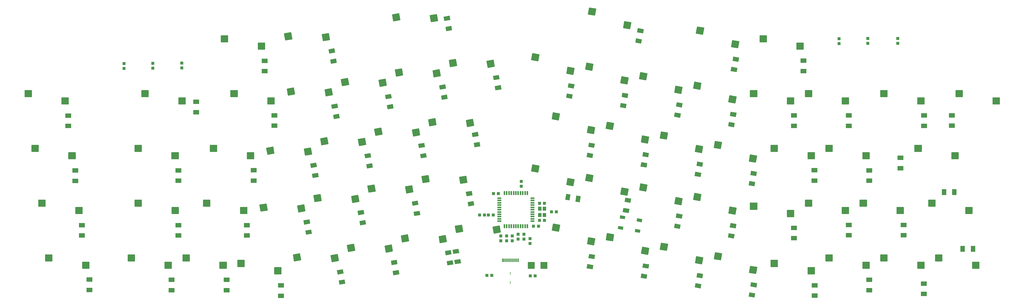
<source format=gbr>
G04 EAGLE Gerber RS-274X export*
G75*
%MOMM*%
%FSLAX34Y34*%
%LPD*%
%INSolderpaste Top*%
%IPPOS*%
%AMOC8*
5,1,8,0,0,1.08239X$1,22.5*%
G01*
%ADD10C,0.248919*%
%ADD11R,2.100000X1.500000*%
%ADD12R,1.500000X2.100000*%
%ADD13R,0.508000X1.473200*%
%ADD14R,1.473200X0.508000*%
%ADD15R,0.200000X1.000000*%
%ADD16R,0.300000X1.200000*%
%ADD17R,1.000000X1.100000*%
%ADD18R,1.100000X1.000000*%
%ADD19R,2.400000X2.400000*%
%ADD20R,1.200000X1.400000*%
%ADD21R,1.800000X1.100000*%


D10*
X34478Y395118D02*
X11566Y395118D01*
X11566Y417522D01*
X34478Y417522D01*
X34478Y395118D01*
X34478Y397483D02*
X11566Y397483D01*
X11566Y399848D02*
X34478Y399848D01*
X34478Y402213D02*
X11566Y402213D01*
X11566Y404578D02*
X34478Y404578D01*
X34478Y406943D02*
X11566Y406943D01*
X11566Y409308D02*
X34478Y409308D01*
X34478Y411673D02*
X11566Y411673D01*
X11566Y414038D02*
X34478Y414038D01*
X34478Y416403D02*
X11566Y416403D01*
X-94046Y420518D02*
X-116958Y420518D01*
X-116958Y442922D01*
X-94046Y442922D01*
X-94046Y420518D01*
X-94046Y422883D02*
X-116958Y422883D01*
X-116958Y425248D02*
X-94046Y425248D01*
X-94046Y427613D02*
X-116958Y427613D01*
X-116958Y429978D02*
X-94046Y429978D01*
X-94046Y432343D02*
X-116958Y432343D01*
X-116958Y434708D02*
X-94046Y434708D01*
X-94046Y437073D02*
X-116958Y437073D01*
X-116958Y439438D02*
X-94046Y439438D01*
X-94046Y441803D02*
X-116958Y441803D01*
X369696Y395198D02*
X392608Y395198D01*
X369696Y395198D02*
X369696Y417602D01*
X392608Y417602D01*
X392608Y395198D01*
X392608Y397563D02*
X369696Y397563D01*
X369696Y399928D02*
X392608Y399928D01*
X392608Y402293D02*
X369696Y402293D01*
X369696Y404658D02*
X392608Y404658D01*
X392608Y407023D02*
X369696Y407023D01*
X369696Y409388D02*
X392608Y409388D01*
X392608Y411753D02*
X369696Y411753D01*
X369696Y414118D02*
X392608Y414118D01*
X392608Y416483D02*
X369696Y416483D01*
X264084Y420598D02*
X241172Y420598D01*
X241172Y443002D01*
X264084Y443002D01*
X264084Y420598D01*
X264084Y422963D02*
X241172Y422963D01*
X241172Y425328D02*
X264084Y425328D01*
X264084Y427693D02*
X241172Y427693D01*
X241172Y430058D02*
X264084Y430058D01*
X264084Y432423D02*
X241172Y432423D01*
X241172Y434788D02*
X264084Y434788D01*
X264084Y437153D02*
X241172Y437153D01*
X241172Y439518D02*
X264084Y439518D01*
X264084Y441883D02*
X241172Y441883D01*
X631676Y395168D02*
X654588Y395168D01*
X631676Y395168D02*
X631676Y417572D01*
X654588Y417572D01*
X654588Y395168D01*
X654588Y397533D02*
X631676Y397533D01*
X631676Y399898D02*
X654588Y399898D01*
X654588Y402263D02*
X631676Y402263D01*
X631676Y404628D02*
X654588Y404628D01*
X654588Y406993D02*
X631676Y406993D01*
X631676Y409358D02*
X654588Y409358D01*
X654588Y411723D02*
X631676Y411723D01*
X631676Y414088D02*
X654588Y414088D01*
X654588Y416453D02*
X631676Y416453D01*
X526064Y420568D02*
X503152Y420568D01*
X503152Y442972D01*
X526064Y442972D01*
X526064Y420568D01*
X526064Y422933D02*
X503152Y422933D01*
X503152Y425298D02*
X526064Y425298D01*
X526064Y427663D02*
X503152Y427663D01*
X503152Y430028D02*
X526064Y430028D01*
X526064Y432393D02*
X503152Y432393D01*
X503152Y434758D02*
X526064Y434758D01*
X526064Y437123D02*
X503152Y437123D01*
X503152Y439488D02*
X526064Y439488D01*
X526064Y441853D02*
X503152Y441853D01*
X833613Y407665D02*
X856176Y411644D01*
X833613Y407665D02*
X829722Y429728D01*
X852285Y433707D01*
X856176Y411644D01*
X847024Y410030D02*
X833196Y410030D01*
X832779Y412395D02*
X856044Y412395D01*
X855626Y414760D02*
X832362Y414760D01*
X831945Y417125D02*
X855209Y417125D01*
X854792Y419490D02*
X831528Y419490D01*
X831110Y421855D02*
X854375Y421855D01*
X853958Y424220D02*
X830693Y424220D01*
X830276Y426585D02*
X853541Y426585D01*
X853124Y428950D02*
X829859Y428950D01*
X838721Y431315D02*
X852707Y431315D01*
X852290Y433680D02*
X852132Y433680D01*
X725194Y414340D02*
X702631Y410361D01*
X698740Y432424D01*
X721303Y436403D01*
X725194Y414340D01*
X716042Y412726D02*
X702214Y412726D01*
X701797Y415091D02*
X725062Y415091D01*
X724644Y417456D02*
X701380Y417456D01*
X700963Y419821D02*
X724227Y419821D01*
X723810Y422186D02*
X700546Y422186D01*
X700128Y424551D02*
X723393Y424551D01*
X722976Y426916D02*
X699711Y426916D01*
X699294Y429281D02*
X722559Y429281D01*
X722142Y431646D02*
X698877Y431646D01*
X707739Y434011D02*
X721725Y434011D01*
X721308Y436376D02*
X721150Y436376D01*
X1092953Y646785D02*
X1115516Y650764D01*
X1092953Y646785D02*
X1089062Y668848D01*
X1111625Y672827D01*
X1115516Y650764D01*
X1106364Y649150D02*
X1092536Y649150D01*
X1092119Y651515D02*
X1115384Y651515D01*
X1114966Y653880D02*
X1091702Y653880D01*
X1091285Y656245D02*
X1114549Y656245D01*
X1114132Y658610D02*
X1090868Y658610D01*
X1090450Y660975D02*
X1113715Y660975D01*
X1113298Y663340D02*
X1090033Y663340D01*
X1089616Y665705D02*
X1112881Y665705D01*
X1112464Y668070D02*
X1089199Y668070D01*
X1098061Y670435D02*
X1112047Y670435D01*
X1111630Y672800D02*
X1111472Y672800D01*
X984534Y653460D02*
X961971Y649481D01*
X958080Y671544D01*
X980643Y675523D01*
X984534Y653460D01*
X975382Y651846D02*
X961554Y651846D01*
X961137Y654211D02*
X984402Y654211D01*
X983984Y656576D02*
X960720Y656576D01*
X960303Y658941D02*
X983567Y658941D01*
X983150Y661306D02*
X959886Y661306D01*
X959468Y663671D02*
X982733Y663671D01*
X982316Y666036D02*
X959051Y666036D01*
X958634Y668401D02*
X981899Y668401D01*
X981482Y670766D02*
X958217Y670766D01*
X967079Y673131D02*
X981065Y673131D01*
X980648Y675496D02*
X980490Y675496D01*
X1280553Y679905D02*
X1303116Y683884D01*
X1280553Y679905D02*
X1276662Y701968D01*
X1299225Y705947D01*
X1303116Y683884D01*
X1293964Y682270D02*
X1280136Y682270D01*
X1279719Y684635D02*
X1302984Y684635D01*
X1302566Y687000D02*
X1279302Y687000D01*
X1278885Y689365D02*
X1302149Y689365D01*
X1301732Y691730D02*
X1278468Y691730D01*
X1278050Y694095D02*
X1301315Y694095D01*
X1300898Y696460D02*
X1277633Y696460D01*
X1277216Y698825D02*
X1300481Y698825D01*
X1300064Y701190D02*
X1276799Y701190D01*
X1285661Y703555D02*
X1299647Y703555D01*
X1299230Y705920D02*
X1299072Y705920D01*
X1172134Y686580D02*
X1149571Y682601D01*
X1145680Y704664D01*
X1168243Y708643D01*
X1172134Y686580D01*
X1162982Y684966D02*
X1149154Y684966D01*
X1148737Y687331D02*
X1172002Y687331D01*
X1171584Y689696D02*
X1148320Y689696D01*
X1147903Y692061D02*
X1171167Y692061D01*
X1170750Y694426D02*
X1147486Y694426D01*
X1147068Y696791D02*
X1170333Y696791D01*
X1169916Y699156D02*
X1146651Y699156D01*
X1146234Y701521D02*
X1169499Y701521D01*
X1169082Y703886D02*
X1145817Y703886D01*
X1154679Y706251D02*
X1168665Y706251D01*
X1168248Y708616D02*
X1168090Y708616D01*
X1396453Y506855D02*
X1419016Y510834D01*
X1396453Y506855D02*
X1392562Y528918D01*
X1415125Y532897D01*
X1419016Y510834D01*
X1409864Y509220D02*
X1396036Y509220D01*
X1395619Y511585D02*
X1418884Y511585D01*
X1418466Y513950D02*
X1395202Y513950D01*
X1394785Y516315D02*
X1418049Y516315D01*
X1417632Y518680D02*
X1394368Y518680D01*
X1393950Y521045D02*
X1417215Y521045D01*
X1416798Y523410D02*
X1393533Y523410D01*
X1393116Y525775D02*
X1416381Y525775D01*
X1415964Y528140D02*
X1392699Y528140D01*
X1401561Y530505D02*
X1415547Y530505D01*
X1415130Y532870D02*
X1414972Y532870D01*
X1288034Y513530D02*
X1265471Y509551D01*
X1261580Y531614D01*
X1284143Y535593D01*
X1288034Y513530D01*
X1278882Y511916D02*
X1265054Y511916D01*
X1264637Y514281D02*
X1287902Y514281D01*
X1287484Y516646D02*
X1264220Y516646D01*
X1263803Y519011D02*
X1287067Y519011D01*
X1286650Y521376D02*
X1263386Y521376D01*
X1262968Y523741D02*
X1286233Y523741D01*
X1285816Y526106D02*
X1262551Y526106D01*
X1262134Y528471D02*
X1285399Y528471D01*
X1284982Y530836D02*
X1261717Y530836D01*
X1270579Y533201D02*
X1284565Y533201D01*
X1284148Y535566D02*
X1283990Y535566D01*
X1812843Y486360D02*
X1835406Y482381D01*
X1812843Y486360D02*
X1816734Y508423D01*
X1839297Y504444D01*
X1835406Y482381D01*
X1835823Y484746D02*
X1821995Y484746D01*
X1812975Y487111D02*
X1836240Y487111D01*
X1836657Y489476D02*
X1813393Y489476D01*
X1813810Y491841D02*
X1837074Y491841D01*
X1837491Y494206D02*
X1814227Y494206D01*
X1814644Y496571D02*
X1837909Y496571D01*
X1838326Y498936D02*
X1815061Y498936D01*
X1815478Y501301D02*
X1838743Y501301D01*
X1839160Y503666D02*
X1815895Y503666D01*
X1816312Y506031D02*
X1830298Y506031D01*
X1816887Y508396D02*
X1816729Y508396D01*
X1713245Y529714D02*
X1690682Y533693D01*
X1694573Y555756D01*
X1717136Y551777D01*
X1713245Y529714D01*
X1713662Y532079D02*
X1699834Y532079D01*
X1690814Y534444D02*
X1714079Y534444D01*
X1714496Y536809D02*
X1691232Y536809D01*
X1691649Y539174D02*
X1714913Y539174D01*
X1715330Y541539D02*
X1692066Y541539D01*
X1692483Y543904D02*
X1715748Y543904D01*
X1716165Y546269D02*
X1692900Y546269D01*
X1693317Y548634D02*
X1716582Y548634D01*
X1716999Y550999D02*
X1693734Y550999D01*
X1694151Y553364D02*
X1708137Y553364D01*
X1694726Y555729D02*
X1694568Y555729D01*
X2000493Y453320D02*
X2023056Y449341D01*
X2000493Y453320D02*
X2004384Y475383D01*
X2026947Y471404D01*
X2023056Y449341D01*
X2023473Y451706D02*
X2009645Y451706D01*
X2000625Y454071D02*
X2023890Y454071D01*
X2024307Y456436D02*
X2001043Y456436D01*
X2001460Y458801D02*
X2024724Y458801D01*
X2025141Y461166D02*
X2001877Y461166D01*
X2002294Y463531D02*
X2025559Y463531D01*
X2025976Y465896D02*
X2002711Y465896D01*
X2003128Y468261D02*
X2026393Y468261D01*
X2026810Y470626D02*
X2003545Y470626D01*
X2003962Y472991D02*
X2017948Y472991D01*
X2004537Y475356D02*
X2004379Y475356D01*
X1900895Y496674D02*
X1878332Y500653D01*
X1882223Y522716D01*
X1904786Y518737D01*
X1900895Y496674D01*
X1901312Y499039D02*
X1887484Y499039D01*
X1878464Y501404D02*
X1901729Y501404D01*
X1902146Y503769D02*
X1878882Y503769D01*
X1879299Y506134D02*
X1902563Y506134D01*
X1902980Y508499D02*
X1879716Y508499D01*
X1880133Y510864D02*
X1903398Y510864D01*
X1903815Y513229D02*
X1880550Y513229D01*
X1880967Y515594D02*
X1904232Y515594D01*
X1904649Y517959D02*
X1881384Y517959D01*
X1881801Y520324D02*
X1895787Y520324D01*
X1882376Y522689D02*
X1882218Y522689D01*
X2188103Y420190D02*
X2210666Y416211D01*
X2188103Y420190D02*
X2191994Y442253D01*
X2214557Y438274D01*
X2210666Y416211D01*
X2211083Y418576D02*
X2197255Y418576D01*
X2188235Y420941D02*
X2211500Y420941D01*
X2211917Y423306D02*
X2188653Y423306D01*
X2189070Y425671D02*
X2212334Y425671D01*
X2212751Y428036D02*
X2189487Y428036D01*
X2189904Y430401D02*
X2213169Y430401D01*
X2213586Y432766D02*
X2190321Y432766D01*
X2190738Y435131D02*
X2214003Y435131D01*
X2214420Y437496D02*
X2191155Y437496D01*
X2191572Y439861D02*
X2205558Y439861D01*
X2192147Y442226D02*
X2191989Y442226D01*
X2088505Y463544D02*
X2065942Y467523D01*
X2069833Y489586D01*
X2092396Y485607D01*
X2088505Y463544D01*
X2088922Y465909D02*
X2075094Y465909D01*
X2066074Y468274D02*
X2089339Y468274D01*
X2089756Y470639D02*
X2066492Y470639D01*
X2066909Y473004D02*
X2090173Y473004D01*
X2090590Y475369D02*
X2067326Y475369D01*
X2067743Y477734D02*
X2091008Y477734D01*
X2091425Y480099D02*
X2068160Y480099D01*
X2068577Y482464D02*
X2091842Y482464D01*
X2092259Y484829D02*
X2068994Y484829D01*
X2069411Y487194D02*
X2083397Y487194D01*
X2069986Y489559D02*
X2069828Y489559D01*
X2375733Y387120D02*
X2398296Y383141D01*
X2375733Y387120D02*
X2379624Y409183D01*
X2402187Y405204D01*
X2398296Y383141D01*
X2398713Y385506D02*
X2384885Y385506D01*
X2375865Y387871D02*
X2399130Y387871D01*
X2399547Y390236D02*
X2376283Y390236D01*
X2376700Y392601D02*
X2399964Y392601D01*
X2400381Y394966D02*
X2377117Y394966D01*
X2377534Y397331D02*
X2400799Y397331D01*
X2401216Y399696D02*
X2377951Y399696D01*
X2378368Y402061D02*
X2401633Y402061D01*
X2402050Y404426D02*
X2378785Y404426D01*
X2379202Y406791D02*
X2393188Y406791D01*
X2379777Y409156D02*
X2379619Y409156D01*
X2276135Y430474D02*
X2253572Y434453D01*
X2257463Y456516D01*
X2280026Y452537D01*
X2276135Y430474D01*
X2276552Y432839D02*
X2262724Y432839D01*
X2253704Y435204D02*
X2276969Y435204D01*
X2277386Y437569D02*
X2254122Y437569D01*
X2254539Y439934D02*
X2277803Y439934D01*
X2278220Y442299D02*
X2254956Y442299D01*
X2255373Y444664D02*
X2278638Y444664D01*
X2279055Y447029D02*
X2255790Y447029D01*
X2256207Y449394D02*
X2279472Y449394D01*
X2279889Y451759D02*
X2256624Y451759D01*
X2257041Y454124D02*
X2271027Y454124D01*
X2257616Y456489D02*
X2257458Y456489D01*
X2579676Y395198D02*
X2602588Y395198D01*
X2579676Y395198D02*
X2579676Y417602D01*
X2602588Y417602D01*
X2602588Y395198D01*
X2602588Y397563D02*
X2579676Y397563D01*
X2579676Y399928D02*
X2602588Y399928D01*
X2602588Y402293D02*
X2579676Y402293D01*
X2579676Y404658D02*
X2602588Y404658D01*
X2602588Y407023D02*
X2579676Y407023D01*
X2579676Y409388D02*
X2602588Y409388D01*
X2602588Y411753D02*
X2579676Y411753D01*
X2579676Y414118D02*
X2602588Y414118D01*
X2602588Y416483D02*
X2579676Y416483D01*
X2474064Y420598D02*
X2451152Y420598D01*
X2451152Y443002D01*
X2474064Y443002D01*
X2474064Y420598D01*
X2474064Y422963D02*
X2451152Y422963D01*
X2451152Y425328D02*
X2474064Y425328D01*
X2474064Y427693D02*
X2451152Y427693D01*
X2451152Y430058D02*
X2474064Y430058D01*
X2474064Y432423D02*
X2451152Y432423D01*
X2451152Y434788D02*
X2474064Y434788D01*
X2474064Y437153D02*
X2451152Y437153D01*
X2451152Y439518D02*
X2474064Y439518D01*
X2474064Y441883D02*
X2451152Y441883D01*
X2770196Y395228D02*
X2793108Y395228D01*
X2770196Y395228D02*
X2770196Y417632D01*
X2793108Y417632D01*
X2793108Y395228D01*
X2793108Y397593D02*
X2770196Y397593D01*
X2770196Y399958D02*
X2793108Y399958D01*
X2793108Y402323D02*
X2770196Y402323D01*
X2770196Y404688D02*
X2793108Y404688D01*
X2793108Y407053D02*
X2770196Y407053D01*
X2770196Y409418D02*
X2793108Y409418D01*
X2793108Y411783D02*
X2770196Y411783D01*
X2770196Y414148D02*
X2793108Y414148D01*
X2793108Y416513D02*
X2770196Y416513D01*
X2664584Y420628D02*
X2641672Y420628D01*
X2641672Y443032D01*
X2664584Y443032D01*
X2664584Y420628D01*
X2664584Y422993D02*
X2641672Y422993D01*
X2641672Y425358D02*
X2664584Y425358D01*
X2664584Y427723D02*
X2641672Y427723D01*
X2641672Y430088D02*
X2664584Y430088D01*
X2664584Y432453D02*
X2641672Y432453D01*
X2641672Y434818D02*
X2664584Y434818D01*
X2664584Y437183D02*
X2641672Y437183D01*
X2641672Y439548D02*
X2664584Y439548D01*
X2664584Y441913D02*
X2641672Y441913D01*
X3079696Y395168D02*
X3102608Y395168D01*
X3079696Y395168D02*
X3079696Y417572D01*
X3102608Y417572D01*
X3102608Y395168D01*
X3102608Y397533D02*
X3079696Y397533D01*
X3079696Y399898D02*
X3102608Y399898D01*
X3102608Y402263D02*
X3079696Y402263D01*
X3079696Y404628D02*
X3102608Y404628D01*
X3102608Y406993D02*
X3079696Y406993D01*
X3079696Y409358D02*
X3102608Y409358D01*
X3102608Y411723D02*
X3079696Y411723D01*
X3079696Y414088D02*
X3102608Y414088D01*
X3102608Y416453D02*
X3079696Y416453D01*
X2974084Y420568D02*
X2951172Y420568D01*
X2951172Y442972D01*
X2974084Y442972D01*
X2974084Y420568D01*
X2974084Y422933D02*
X2951172Y422933D01*
X2951172Y425298D02*
X2974084Y425298D01*
X2974084Y427663D02*
X2951172Y427663D01*
X2951172Y430028D02*
X2974084Y430028D01*
X2974084Y432393D02*
X2951172Y432393D01*
X2951172Y434758D02*
X2974084Y434758D01*
X2974084Y437123D02*
X2951172Y437123D01*
X2951172Y439488D02*
X2974084Y439488D01*
X2974084Y441853D02*
X2951172Y441853D01*
X3127346Y204668D02*
X3150258Y204668D01*
X3127346Y204668D02*
X3127346Y227072D01*
X3150258Y227072D01*
X3150258Y204668D01*
X3150258Y207033D02*
X3127346Y207033D01*
X3127346Y209398D02*
X3150258Y209398D01*
X3150258Y211763D02*
X3127346Y211763D01*
X3127346Y214128D02*
X3150258Y214128D01*
X3150258Y216493D02*
X3127346Y216493D01*
X3127346Y218858D02*
X3150258Y218858D01*
X3150258Y221223D02*
X3127346Y221223D01*
X3127346Y223588D02*
X3150258Y223588D01*
X3150258Y225953D02*
X3127346Y225953D01*
X3021734Y230068D02*
X2998822Y230068D01*
X2998822Y252472D01*
X3021734Y252472D01*
X3021734Y230068D01*
X3021734Y232433D02*
X2998822Y232433D01*
X2998822Y234798D02*
X3021734Y234798D01*
X3021734Y237163D02*
X2998822Y237163D01*
X2998822Y239528D02*
X3021734Y239528D01*
X3021734Y241893D02*
X2998822Y241893D01*
X2998822Y244258D02*
X3021734Y244258D01*
X3021734Y246623D02*
X2998822Y246623D01*
X2998822Y248988D02*
X3021734Y248988D01*
X3021734Y251353D02*
X2998822Y251353D01*
X10648Y585668D02*
X-12264Y585668D01*
X-12264Y608072D01*
X10648Y608072D01*
X10648Y585668D01*
X10648Y588033D02*
X-12264Y588033D01*
X-12264Y590398D02*
X10648Y590398D01*
X10648Y592763D02*
X-12264Y592763D01*
X-12264Y595128D02*
X10648Y595128D01*
X10648Y597493D02*
X-12264Y597493D01*
X-12264Y599858D02*
X10648Y599858D01*
X10648Y602223D02*
X-12264Y602223D01*
X-12264Y604588D02*
X10648Y604588D01*
X10648Y606953D02*
X-12264Y606953D01*
X-117876Y611068D02*
X-140788Y611068D01*
X-140788Y633472D01*
X-117876Y633472D01*
X-117876Y611068D01*
X-117876Y613433D02*
X-140788Y613433D01*
X-140788Y615798D02*
X-117876Y615798D01*
X-117876Y618163D02*
X-140788Y618163D01*
X-140788Y620528D02*
X-117876Y620528D01*
X-117876Y622893D02*
X-140788Y622893D01*
X-140788Y625258D02*
X-117876Y625258D01*
X-117876Y627623D02*
X-140788Y627623D01*
X-140788Y629988D02*
X-117876Y629988D01*
X-117876Y632353D02*
X-140788Y632353D01*
X393576Y585668D02*
X416488Y585668D01*
X393576Y585668D02*
X393576Y608072D01*
X416488Y608072D01*
X416488Y585668D01*
X416488Y588033D02*
X393576Y588033D01*
X393576Y590398D02*
X416488Y590398D01*
X416488Y592763D02*
X393576Y592763D01*
X393576Y595128D02*
X416488Y595128D01*
X416488Y597493D02*
X393576Y597493D01*
X393576Y599858D02*
X416488Y599858D01*
X416488Y602223D02*
X393576Y602223D01*
X393576Y604588D02*
X416488Y604588D01*
X416488Y606953D02*
X393576Y606953D01*
X287964Y611068D02*
X265052Y611068D01*
X265052Y633472D01*
X287964Y633472D01*
X287964Y611068D01*
X287964Y613433D02*
X265052Y613433D01*
X265052Y615798D02*
X287964Y615798D01*
X287964Y618163D02*
X265052Y618163D01*
X265052Y620528D02*
X287964Y620528D01*
X287964Y622893D02*
X265052Y622893D01*
X265052Y625258D02*
X287964Y625258D01*
X287964Y627623D02*
X265052Y627623D01*
X265052Y629988D02*
X287964Y629988D01*
X287964Y632353D02*
X265052Y632353D01*
X703096Y585648D02*
X726008Y585648D01*
X703096Y585648D02*
X703096Y608052D01*
X726008Y608052D01*
X726008Y585648D01*
X726008Y588013D02*
X703096Y588013D01*
X703096Y590378D02*
X726008Y590378D01*
X726008Y592743D02*
X703096Y592743D01*
X703096Y595108D02*
X726008Y595108D01*
X726008Y597473D02*
X703096Y597473D01*
X703096Y599838D02*
X726008Y599838D01*
X726008Y602203D02*
X703096Y602203D01*
X703096Y604568D02*
X726008Y604568D01*
X726008Y606933D02*
X703096Y606933D01*
X597484Y611048D02*
X574572Y611048D01*
X574572Y633452D01*
X597484Y633452D01*
X597484Y611048D01*
X597484Y613413D02*
X574572Y613413D01*
X574572Y615778D02*
X597484Y615778D01*
X597484Y618143D02*
X574572Y618143D01*
X574572Y620508D02*
X597484Y620508D01*
X597484Y622873D02*
X574572Y622873D01*
X574572Y625238D02*
X597484Y625238D01*
X597484Y627603D02*
X574572Y627603D01*
X574572Y629968D02*
X597484Y629968D01*
X597484Y632333D02*
X574572Y632333D01*
X905343Y613685D02*
X927906Y617664D01*
X905343Y613685D02*
X901452Y635748D01*
X924015Y639727D01*
X927906Y617664D01*
X918754Y616050D02*
X904926Y616050D01*
X904509Y618415D02*
X927774Y618415D01*
X927356Y620780D02*
X904092Y620780D01*
X903675Y623145D02*
X926939Y623145D01*
X926522Y625510D02*
X903258Y625510D01*
X902840Y627875D02*
X926105Y627875D01*
X925688Y630240D02*
X902423Y630240D01*
X902006Y632605D02*
X925271Y632605D01*
X924854Y634970D02*
X901589Y634970D01*
X910451Y637335D02*
X924437Y637335D01*
X924020Y639700D02*
X923862Y639700D01*
X796924Y620360D02*
X774361Y616381D01*
X770470Y638444D01*
X793033Y642423D01*
X796924Y620360D01*
X787772Y618746D02*
X773944Y618746D01*
X773527Y621111D02*
X796792Y621111D01*
X796374Y623476D02*
X773110Y623476D01*
X772693Y625841D02*
X795957Y625841D01*
X795540Y628206D02*
X772276Y628206D01*
X771858Y630571D02*
X795123Y630571D01*
X794706Y632936D02*
X771441Y632936D01*
X771024Y635301D02*
X794289Y635301D01*
X793872Y637666D02*
X770607Y637666D01*
X779469Y640031D02*
X793455Y640031D01*
X793038Y642396D02*
X792880Y642396D01*
X2313833Y784910D02*
X2336396Y780931D01*
X2313833Y784910D02*
X2317724Y806973D01*
X2340287Y802994D01*
X2336396Y780931D01*
X2336813Y783296D02*
X2322985Y783296D01*
X2313965Y785661D02*
X2337230Y785661D01*
X2337647Y788026D02*
X2314383Y788026D01*
X2314800Y790391D02*
X2338064Y790391D01*
X2338481Y792756D02*
X2315217Y792756D01*
X2315634Y795121D02*
X2338899Y795121D01*
X2339316Y797486D02*
X2316051Y797486D01*
X2316468Y799851D02*
X2339733Y799851D01*
X2340150Y802216D02*
X2316885Y802216D01*
X2317302Y804581D02*
X2331288Y804581D01*
X2317877Y806946D02*
X2317719Y806946D01*
X2214235Y828264D02*
X2191672Y832243D01*
X2195563Y854306D01*
X2218126Y850327D01*
X2214235Y828264D01*
X2214652Y830629D02*
X2200824Y830629D01*
X2191804Y832994D02*
X2215069Y832994D01*
X2215486Y835359D02*
X2192222Y835359D01*
X2192639Y837724D02*
X2215903Y837724D01*
X2216320Y840089D02*
X2193056Y840089D01*
X2193473Y842454D02*
X2216738Y842454D01*
X2217155Y844819D02*
X2193890Y844819D01*
X2194307Y847184D02*
X2217572Y847184D01*
X2217989Y849549D02*
X2194724Y849549D01*
X2195141Y851914D02*
X2209127Y851914D01*
X2195716Y854279D02*
X2195558Y854279D01*
X2541296Y776198D02*
X2564208Y776198D01*
X2541296Y776198D02*
X2541296Y798602D01*
X2564208Y798602D01*
X2564208Y776198D01*
X2564208Y778563D02*
X2541296Y778563D01*
X2541296Y780928D02*
X2564208Y780928D01*
X2564208Y783293D02*
X2541296Y783293D01*
X2541296Y785658D02*
X2564208Y785658D01*
X2564208Y788023D02*
X2541296Y788023D01*
X2541296Y790388D02*
X2564208Y790388D01*
X2564208Y792753D02*
X2541296Y792753D01*
X2541296Y795118D02*
X2564208Y795118D01*
X2564208Y797483D02*
X2541296Y797483D01*
X2435684Y801598D02*
X2412772Y801598D01*
X2412772Y824002D01*
X2435684Y824002D01*
X2435684Y801598D01*
X2435684Y803963D02*
X2412772Y803963D01*
X2412772Y806328D02*
X2435684Y806328D01*
X2435684Y808693D02*
X2412772Y808693D01*
X2412772Y811058D02*
X2435684Y811058D01*
X2435684Y813423D02*
X2412772Y813423D01*
X2412772Y815788D02*
X2435684Y815788D01*
X2435684Y818153D02*
X2412772Y818153D01*
X2412772Y820518D02*
X2435684Y820518D01*
X2435684Y822883D02*
X2412772Y822883D01*
X1490696Y716934D02*
X1468133Y712955D01*
X1464242Y735018D01*
X1486805Y738997D01*
X1490696Y716934D01*
X1481544Y715320D02*
X1467716Y715320D01*
X1467299Y717685D02*
X1490564Y717685D01*
X1490146Y720050D02*
X1466882Y720050D01*
X1466465Y722415D02*
X1489729Y722415D01*
X1489312Y724780D02*
X1466048Y724780D01*
X1465630Y727145D02*
X1488895Y727145D01*
X1488478Y729510D02*
X1465213Y729510D01*
X1464796Y731875D02*
X1488061Y731875D01*
X1487644Y734240D02*
X1464379Y734240D01*
X1473241Y736605D02*
X1487227Y736605D01*
X1486810Y738970D02*
X1486652Y738970D01*
X1359714Y719630D02*
X1337151Y715651D01*
X1333260Y737714D01*
X1355823Y741693D01*
X1359714Y719630D01*
X1350562Y718016D02*
X1336734Y718016D01*
X1336317Y720381D02*
X1359582Y720381D01*
X1359164Y722746D02*
X1335900Y722746D01*
X1335483Y725111D02*
X1358747Y725111D01*
X1358330Y727476D02*
X1335066Y727476D01*
X1334648Y729841D02*
X1357913Y729841D01*
X1357496Y732206D02*
X1334231Y732206D01*
X1333814Y734571D02*
X1357079Y734571D01*
X1356662Y736936D02*
X1333397Y736936D01*
X1342259Y739301D02*
X1356245Y739301D01*
X1355828Y741666D02*
X1355670Y741666D01*
X1741413Y692460D02*
X1763976Y688481D01*
X1741413Y692460D02*
X1745304Y714523D01*
X1767867Y710544D01*
X1763976Y688481D01*
X1764393Y690846D02*
X1750565Y690846D01*
X1741545Y693211D02*
X1764810Y693211D01*
X1765227Y695576D02*
X1741963Y695576D01*
X1742380Y697941D02*
X1765644Y697941D01*
X1766061Y700306D02*
X1742797Y700306D01*
X1743214Y702671D02*
X1766479Y702671D01*
X1766896Y705036D02*
X1743631Y705036D01*
X1744048Y707401D02*
X1767313Y707401D01*
X1767730Y709766D02*
X1744465Y709766D01*
X1744882Y712131D02*
X1758868Y712131D01*
X1745457Y714496D02*
X1745299Y714496D01*
X1641815Y735814D02*
X1619252Y739793D01*
X1623143Y761856D01*
X1645706Y757877D01*
X1641815Y735814D01*
X1642232Y738179D02*
X1628404Y738179D01*
X1619384Y740544D02*
X1642649Y740544D01*
X1643066Y742909D02*
X1619802Y742909D01*
X1620219Y745274D02*
X1643483Y745274D01*
X1643900Y747639D02*
X1620636Y747639D01*
X1621053Y750004D02*
X1644318Y750004D01*
X1644735Y752369D02*
X1621470Y752369D01*
X1621887Y754734D02*
X1645152Y754734D01*
X1645569Y757099D02*
X1622304Y757099D01*
X1622721Y759464D02*
X1636707Y759464D01*
X1623296Y761829D02*
X1623138Y761829D01*
X1929073Y659360D02*
X1951636Y655381D01*
X1929073Y659360D02*
X1932964Y681423D01*
X1955527Y677444D01*
X1951636Y655381D01*
X1952053Y657746D02*
X1938225Y657746D01*
X1929205Y660111D02*
X1952470Y660111D01*
X1952887Y662476D02*
X1929623Y662476D01*
X1930040Y664841D02*
X1953304Y664841D01*
X1953721Y667206D02*
X1930457Y667206D01*
X1930874Y669571D02*
X1954139Y669571D01*
X1954556Y671936D02*
X1931291Y671936D01*
X1931708Y674301D02*
X1954973Y674301D01*
X1955390Y676666D02*
X1932125Y676666D01*
X1932542Y679031D02*
X1946528Y679031D01*
X1933117Y681396D02*
X1932959Y681396D01*
X1829475Y702714D02*
X1806912Y706693D01*
X1810803Y728756D01*
X1833366Y724777D01*
X1829475Y702714D01*
X1829892Y705079D02*
X1816064Y705079D01*
X1807044Y707444D02*
X1830309Y707444D01*
X1830726Y709809D02*
X1807462Y709809D01*
X1807879Y712174D02*
X1831143Y712174D01*
X1831560Y714539D02*
X1808296Y714539D01*
X1808713Y716904D02*
X1831978Y716904D01*
X1832395Y719269D02*
X1809130Y719269D01*
X1809547Y721634D02*
X1832812Y721634D01*
X1833229Y723999D02*
X1809964Y723999D01*
X1810381Y726364D02*
X1824367Y726364D01*
X1810956Y728729D02*
X1810798Y728729D01*
X2116603Y626240D02*
X2139166Y622261D01*
X2116603Y626240D02*
X2120494Y648303D01*
X2143057Y644324D01*
X2139166Y622261D01*
X2139583Y624626D02*
X2125755Y624626D01*
X2116735Y626991D02*
X2140000Y626991D01*
X2140417Y629356D02*
X2117153Y629356D01*
X2117570Y631721D02*
X2140834Y631721D01*
X2141251Y634086D02*
X2117987Y634086D01*
X2118404Y636451D02*
X2141669Y636451D01*
X2142086Y638816D02*
X2118821Y638816D01*
X2119238Y641181D02*
X2142503Y641181D01*
X2142920Y643546D02*
X2119655Y643546D01*
X2120072Y645911D02*
X2134058Y645911D01*
X2120647Y648276D02*
X2120489Y648276D01*
X2017005Y669594D02*
X1994442Y673573D01*
X1998333Y695636D01*
X2020896Y691657D01*
X2017005Y669594D01*
X2017422Y671959D02*
X2003594Y671959D01*
X1994574Y674324D02*
X2017839Y674324D01*
X2018256Y676689D02*
X1994992Y676689D01*
X1995409Y679054D02*
X2018673Y679054D01*
X2019090Y681419D02*
X1995826Y681419D01*
X1996243Y683784D02*
X2019508Y683784D01*
X2019925Y686149D02*
X1996660Y686149D01*
X1997077Y688514D02*
X2020342Y688514D01*
X2020759Y690879D02*
X1997494Y690879D01*
X1997911Y693244D02*
X2011897Y693244D01*
X1998486Y695609D02*
X1998328Y695609D01*
X2304233Y593190D02*
X2326796Y589211D01*
X2304233Y593190D02*
X2308124Y615253D01*
X2330687Y611274D01*
X2326796Y589211D01*
X2327213Y591576D02*
X2313385Y591576D01*
X2304365Y593941D02*
X2327630Y593941D01*
X2328047Y596306D02*
X2304783Y596306D01*
X2305200Y598671D02*
X2328464Y598671D01*
X2328881Y601036D02*
X2305617Y601036D01*
X2306034Y603401D02*
X2329299Y603401D01*
X2329716Y605766D02*
X2306451Y605766D01*
X2306868Y608131D02*
X2330133Y608131D01*
X2330550Y610496D02*
X2307285Y610496D01*
X2307702Y612861D02*
X2321688Y612861D01*
X2308277Y615226D02*
X2308119Y615226D01*
X2204635Y636544D02*
X2182072Y640523D01*
X2185963Y662586D01*
X2208526Y658607D01*
X2204635Y636544D01*
X2205052Y638909D02*
X2191224Y638909D01*
X2182204Y641274D02*
X2205469Y641274D01*
X2205886Y643639D02*
X2182622Y643639D01*
X2183039Y646004D02*
X2206303Y646004D01*
X2206720Y648369D02*
X2183456Y648369D01*
X2183873Y650734D02*
X2207138Y650734D01*
X2207555Y653099D02*
X2184290Y653099D01*
X2184707Y655464D02*
X2207972Y655464D01*
X2208389Y657829D02*
X2185124Y657829D01*
X2185541Y660194D02*
X2199527Y660194D01*
X2186116Y662559D02*
X2185958Y662559D01*
X2508226Y585698D02*
X2531138Y585698D01*
X2508226Y585698D02*
X2508226Y608102D01*
X2531138Y608102D01*
X2531138Y585698D01*
X2531138Y588063D02*
X2508226Y588063D01*
X2508226Y590428D02*
X2531138Y590428D01*
X2531138Y592793D02*
X2508226Y592793D01*
X2508226Y595158D02*
X2531138Y595158D01*
X2531138Y597523D02*
X2508226Y597523D01*
X2508226Y599888D02*
X2531138Y599888D01*
X2531138Y602253D02*
X2508226Y602253D01*
X2508226Y604618D02*
X2531138Y604618D01*
X2531138Y606983D02*
X2508226Y606983D01*
X2402614Y611098D02*
X2379702Y611098D01*
X2379702Y633502D01*
X2402614Y633502D01*
X2402614Y611098D01*
X2402614Y613463D02*
X2379702Y613463D01*
X2379702Y615828D02*
X2402614Y615828D01*
X2402614Y618193D02*
X2379702Y618193D01*
X2379702Y620558D02*
X2402614Y620558D01*
X2402614Y622923D02*
X2379702Y622923D01*
X2379702Y625288D02*
X2402614Y625288D01*
X2402614Y627653D02*
X2379702Y627653D01*
X2379702Y630018D02*
X2402614Y630018D01*
X2402614Y632383D02*
X2379702Y632383D01*
X2698746Y585648D02*
X2721658Y585648D01*
X2698746Y585648D02*
X2698746Y608052D01*
X2721658Y608052D01*
X2721658Y585648D01*
X2721658Y588013D02*
X2698746Y588013D01*
X2698746Y590378D02*
X2721658Y590378D01*
X2721658Y592743D02*
X2698746Y592743D01*
X2698746Y595108D02*
X2721658Y595108D01*
X2721658Y597473D02*
X2698746Y597473D01*
X2698746Y599838D02*
X2721658Y599838D01*
X2721658Y602203D02*
X2698746Y602203D01*
X2698746Y604568D02*
X2721658Y604568D01*
X2721658Y606933D02*
X2698746Y606933D01*
X2593134Y611048D02*
X2570222Y611048D01*
X2570222Y633452D01*
X2593134Y633452D01*
X2593134Y611048D01*
X2593134Y613413D02*
X2570222Y613413D01*
X2570222Y615778D02*
X2593134Y615778D01*
X2593134Y618143D02*
X2570222Y618143D01*
X2570222Y620508D02*
X2593134Y620508D01*
X2593134Y622873D02*
X2570222Y622873D01*
X2570222Y625238D02*
X2593134Y625238D01*
X2593134Y627603D02*
X2570222Y627603D01*
X2570222Y629968D02*
X2593134Y629968D01*
X2593134Y632333D02*
X2570222Y632333D01*
X2960676Y585698D02*
X2983588Y585698D01*
X2960676Y585698D02*
X2960676Y608102D01*
X2983588Y608102D01*
X2983588Y585698D01*
X2983588Y588063D02*
X2960676Y588063D01*
X2960676Y590428D02*
X2983588Y590428D01*
X2983588Y592793D02*
X2960676Y592793D01*
X2960676Y595158D02*
X2983588Y595158D01*
X2983588Y597523D02*
X2960676Y597523D01*
X2960676Y599888D02*
X2983588Y599888D01*
X2983588Y602253D02*
X2960676Y602253D01*
X2960676Y604618D02*
X2983588Y604618D01*
X2983588Y606983D02*
X2960676Y606983D01*
X2855064Y611098D02*
X2832152Y611098D01*
X2832152Y633502D01*
X2855064Y633502D01*
X2855064Y611098D01*
X2855064Y613463D02*
X2832152Y613463D01*
X2832152Y615828D02*
X2855064Y615828D01*
X2855064Y618193D02*
X2832152Y618193D01*
X2832152Y620558D02*
X2855064Y620558D01*
X2855064Y622923D02*
X2832152Y622923D01*
X2832152Y625288D02*
X2855064Y625288D01*
X2855064Y627653D02*
X2832152Y627653D01*
X2832152Y630018D02*
X2855064Y630018D01*
X2855064Y632383D02*
X2832152Y632383D01*
X3222596Y585668D02*
X3245508Y585668D01*
X3222596Y585668D02*
X3222596Y608072D01*
X3245508Y608072D01*
X3245508Y585668D01*
X3245508Y588033D02*
X3222596Y588033D01*
X3222596Y590398D02*
X3245508Y590398D01*
X3245508Y592763D02*
X3222596Y592763D01*
X3222596Y595128D02*
X3245508Y595128D01*
X3245508Y597493D02*
X3222596Y597493D01*
X3222596Y599858D02*
X3245508Y599858D01*
X3245508Y602223D02*
X3222596Y602223D01*
X3222596Y604588D02*
X3245508Y604588D01*
X3245508Y606953D02*
X3222596Y606953D01*
X3116984Y611068D02*
X3094072Y611068D01*
X3094072Y633472D01*
X3116984Y633472D01*
X3116984Y611068D01*
X3116984Y613433D02*
X3094072Y613433D01*
X3094072Y615798D02*
X3116984Y615798D01*
X3116984Y618163D02*
X3094072Y618163D01*
X3094072Y620528D02*
X3116984Y620528D01*
X3116984Y622893D02*
X3094072Y622893D01*
X3094072Y625258D02*
X3116984Y625258D01*
X3116984Y627623D02*
X3094072Y627623D01*
X3094072Y629988D02*
X3116984Y629988D01*
X3116984Y632353D02*
X3094072Y632353D01*
X692968Y776168D02*
X670056Y776168D01*
X670056Y798572D01*
X692968Y798572D01*
X692968Y776168D01*
X692968Y778533D02*
X670056Y778533D01*
X670056Y780898D02*
X692968Y780898D01*
X692968Y783263D02*
X670056Y783263D01*
X670056Y785628D02*
X692968Y785628D01*
X692968Y787993D02*
X670056Y787993D01*
X670056Y790358D02*
X692968Y790358D01*
X692968Y792723D02*
X670056Y792723D01*
X670056Y795088D02*
X692968Y795088D01*
X692968Y797453D02*
X670056Y797453D01*
X564444Y801568D02*
X541532Y801568D01*
X541532Y823972D01*
X564444Y823972D01*
X564444Y801568D01*
X564444Y803933D02*
X541532Y803933D01*
X541532Y806298D02*
X564444Y806298D01*
X564444Y808663D02*
X541532Y808663D01*
X541532Y811028D02*
X564444Y811028D01*
X564444Y813393D02*
X541532Y813393D01*
X541532Y815758D02*
X564444Y815758D01*
X564444Y818123D02*
X541532Y818123D01*
X541532Y820488D02*
X564444Y820488D01*
X564444Y822853D02*
X541532Y822853D01*
X895743Y805485D02*
X918306Y809464D01*
X895743Y805485D02*
X891852Y827548D01*
X914415Y831527D01*
X918306Y809464D01*
X909154Y807850D02*
X895326Y807850D01*
X894909Y810215D02*
X918174Y810215D01*
X917756Y812580D02*
X894492Y812580D01*
X894075Y814945D02*
X917339Y814945D01*
X916922Y817310D02*
X893658Y817310D01*
X893240Y819675D02*
X916505Y819675D01*
X916088Y822040D02*
X892823Y822040D01*
X892406Y824405D02*
X915671Y824405D01*
X915254Y826770D02*
X891989Y826770D01*
X900851Y829135D02*
X914837Y829135D01*
X914420Y831500D02*
X914262Y831500D01*
X787324Y812160D02*
X764761Y808181D01*
X760870Y830244D01*
X783433Y834223D01*
X787324Y812160D01*
X778172Y810546D02*
X764344Y810546D01*
X763927Y812911D02*
X787192Y812911D01*
X786774Y815276D02*
X763510Y815276D01*
X763093Y817641D02*
X786357Y817641D01*
X785940Y820006D02*
X762676Y820006D01*
X762258Y822371D02*
X785523Y822371D01*
X785106Y824736D02*
X761841Y824736D01*
X761424Y827101D02*
X784689Y827101D01*
X784272Y829466D02*
X761007Y829466D01*
X769869Y831831D02*
X783855Y831831D01*
X783438Y834196D02*
X783280Y834196D01*
X1270903Y871625D02*
X1293466Y875604D01*
X1270903Y871625D02*
X1267012Y893688D01*
X1289575Y897667D01*
X1293466Y875604D01*
X1284314Y873990D02*
X1270486Y873990D01*
X1270069Y876355D02*
X1293334Y876355D01*
X1292916Y878720D02*
X1269652Y878720D01*
X1269235Y881085D02*
X1292499Y881085D01*
X1292082Y883450D02*
X1268818Y883450D01*
X1268400Y885815D02*
X1291665Y885815D01*
X1291248Y888180D02*
X1267983Y888180D01*
X1267566Y890545D02*
X1290831Y890545D01*
X1290414Y892910D02*
X1267149Y892910D01*
X1276011Y895275D02*
X1289997Y895275D01*
X1289580Y897640D02*
X1289422Y897640D01*
X1162484Y878300D02*
X1139921Y874321D01*
X1136030Y896384D01*
X1158593Y900363D01*
X1162484Y878300D01*
X1153332Y876686D02*
X1139504Y876686D01*
X1139087Y879051D02*
X1162352Y879051D01*
X1161934Y881416D02*
X1138670Y881416D01*
X1138253Y883781D02*
X1161517Y883781D01*
X1161100Y886146D02*
X1137836Y886146D01*
X1137418Y888511D02*
X1160683Y888511D01*
X1160266Y890876D02*
X1137001Y890876D01*
X1136584Y893241D02*
X1159849Y893241D01*
X1159432Y895606D02*
X1136167Y895606D01*
X1145029Y897971D02*
X1159015Y897971D01*
X1158598Y900336D02*
X1158440Y900336D01*
X1938643Y851080D02*
X1961206Y847101D01*
X1938643Y851080D02*
X1942534Y873143D01*
X1965097Y869164D01*
X1961206Y847101D01*
X1961623Y849466D02*
X1947795Y849466D01*
X1938775Y851831D02*
X1962040Y851831D01*
X1962457Y854196D02*
X1939193Y854196D01*
X1939610Y856561D02*
X1962874Y856561D01*
X1963291Y858926D02*
X1940027Y858926D01*
X1940444Y861291D02*
X1963709Y861291D01*
X1964126Y863656D02*
X1940861Y863656D01*
X1941278Y866021D02*
X1964543Y866021D01*
X1964960Y868386D02*
X1941695Y868386D01*
X1942112Y870751D02*
X1956098Y870751D01*
X1942687Y873116D02*
X1942529Y873116D01*
X1839045Y894434D02*
X1816482Y898413D01*
X1820373Y920476D01*
X1842936Y916497D01*
X1839045Y894434D01*
X1839462Y896799D02*
X1825634Y896799D01*
X1816614Y899164D02*
X1839879Y899164D01*
X1840296Y901529D02*
X1817032Y901529D01*
X1817449Y903894D02*
X1840713Y903894D01*
X1841130Y906259D02*
X1817866Y906259D01*
X1818283Y908624D02*
X1841548Y908624D01*
X1841965Y910989D02*
X1818700Y910989D01*
X1819117Y913354D02*
X1842382Y913354D01*
X1842799Y915719D02*
X1819534Y915719D01*
X1819951Y918084D02*
X1833937Y918084D01*
X1820526Y920449D02*
X1820368Y920449D01*
X1043806Y444744D02*
X1021243Y440765D01*
X1017352Y462828D01*
X1039915Y466807D01*
X1043806Y444744D01*
X1034654Y443130D02*
X1020826Y443130D01*
X1020409Y445495D02*
X1043674Y445495D01*
X1043256Y447860D02*
X1019992Y447860D01*
X1019575Y450225D02*
X1042839Y450225D01*
X1042422Y452590D02*
X1019158Y452590D01*
X1018740Y454955D02*
X1042005Y454955D01*
X1041588Y457320D02*
X1018323Y457320D01*
X1017906Y459685D02*
X1041171Y459685D01*
X1040754Y462050D02*
X1017489Y462050D01*
X1026351Y464415D02*
X1040337Y464415D01*
X1039920Y466780D02*
X1039762Y466780D01*
X912824Y447440D02*
X890261Y443461D01*
X886370Y465524D01*
X908933Y469503D01*
X912824Y447440D01*
X903672Y445826D02*
X889844Y445826D01*
X889427Y448191D02*
X912692Y448191D01*
X912274Y450556D02*
X889010Y450556D01*
X888593Y452921D02*
X911857Y452921D01*
X911440Y455286D02*
X888176Y455286D01*
X887758Y457651D02*
X911023Y457651D01*
X910606Y460016D02*
X887341Y460016D01*
X886924Y462381D02*
X910189Y462381D01*
X909772Y464746D02*
X886507Y464746D01*
X895369Y467111D02*
X909355Y467111D01*
X908938Y469476D02*
X908780Y469476D01*
X1208873Y473805D02*
X1231436Y477784D01*
X1208873Y473805D02*
X1204982Y495868D01*
X1227545Y499847D01*
X1231436Y477784D01*
X1222284Y476170D02*
X1208456Y476170D01*
X1208039Y478535D02*
X1231304Y478535D01*
X1230886Y480900D02*
X1207622Y480900D01*
X1207205Y483265D02*
X1230469Y483265D01*
X1230052Y485630D02*
X1206788Y485630D01*
X1206370Y487995D02*
X1229635Y487995D01*
X1229218Y490360D02*
X1205953Y490360D01*
X1205536Y492725D02*
X1228801Y492725D01*
X1228384Y495090D02*
X1205119Y495090D01*
X1213981Y497455D02*
X1227967Y497455D01*
X1227550Y499820D02*
X1227392Y499820D01*
X1100454Y480480D02*
X1077891Y476501D01*
X1074000Y498564D01*
X1096563Y502543D01*
X1100454Y480480D01*
X1091302Y478866D02*
X1077474Y478866D01*
X1077057Y481231D02*
X1100322Y481231D01*
X1099904Y483596D02*
X1076640Y483596D01*
X1076223Y485961D02*
X1099487Y485961D01*
X1099070Y488326D02*
X1075806Y488326D01*
X1075388Y490691D02*
X1098653Y490691D01*
X1098236Y493056D02*
X1074971Y493056D01*
X1074554Y495421D02*
X1097819Y495421D01*
X1097402Y497786D02*
X1074137Y497786D01*
X1082999Y500151D02*
X1096985Y500151D01*
X1096568Y502516D02*
X1096410Y502516D01*
X1372983Y309315D02*
X1395546Y313294D01*
X1372983Y309315D02*
X1369092Y331378D01*
X1391655Y335357D01*
X1395546Y313294D01*
X1386394Y311680D02*
X1372566Y311680D01*
X1372149Y314045D02*
X1395414Y314045D01*
X1394996Y316410D02*
X1371732Y316410D01*
X1371315Y318775D02*
X1394579Y318775D01*
X1394162Y321140D02*
X1370898Y321140D01*
X1370480Y323505D02*
X1393745Y323505D01*
X1393328Y325870D02*
X1370063Y325870D01*
X1369646Y328235D02*
X1392911Y328235D01*
X1392494Y330600D02*
X1369229Y330600D01*
X1378091Y332965D02*
X1392077Y332965D01*
X1391660Y335330D02*
X1391502Y335330D01*
X1264564Y315990D02*
X1242001Y312011D01*
X1238110Y334074D01*
X1260673Y338053D01*
X1264564Y315990D01*
X1255412Y314376D02*
X1241584Y314376D01*
X1241167Y316741D02*
X1264432Y316741D01*
X1264014Y319106D02*
X1240750Y319106D01*
X1240333Y321471D02*
X1263597Y321471D01*
X1263180Y323836D02*
X1239916Y323836D01*
X1239498Y326201D02*
X1262763Y326201D01*
X1262346Y328566D02*
X1239081Y328566D01*
X1238664Y330931D02*
X1261929Y330931D01*
X1261512Y333296D02*
X1238247Y333296D01*
X1247109Y335661D02*
X1261095Y335661D01*
X1260678Y338026D02*
X1260520Y338026D01*
X1741543Y305490D02*
X1764106Y301511D01*
X1741543Y305490D02*
X1745434Y327553D01*
X1767997Y323574D01*
X1764106Y301511D01*
X1764523Y303876D02*
X1750695Y303876D01*
X1741675Y306241D02*
X1764940Y306241D01*
X1765357Y308606D02*
X1742093Y308606D01*
X1742510Y310971D02*
X1765774Y310971D01*
X1766191Y313336D02*
X1742927Y313336D01*
X1743344Y315701D02*
X1766609Y315701D01*
X1767026Y318066D02*
X1743761Y318066D01*
X1744178Y320431D02*
X1767443Y320431D01*
X1767860Y322796D02*
X1744595Y322796D01*
X1745012Y325161D02*
X1758998Y325161D01*
X1745587Y327526D02*
X1745429Y327526D01*
X1641945Y348844D02*
X1619382Y352823D01*
X1623273Y374886D01*
X1645836Y370907D01*
X1641945Y348844D01*
X1642362Y351209D02*
X1628534Y351209D01*
X1619514Y353574D02*
X1642779Y353574D01*
X1643196Y355939D02*
X1619932Y355939D01*
X1620349Y358304D02*
X1643613Y358304D01*
X1644030Y360669D02*
X1620766Y360669D01*
X1621183Y363034D02*
X1644448Y363034D01*
X1644865Y365399D02*
X1621600Y365399D01*
X1622017Y367764D02*
X1645282Y367764D01*
X1645699Y370129D02*
X1622434Y370129D01*
X1622851Y372494D02*
X1636837Y372494D01*
X1623426Y374859D02*
X1623268Y374859D01*
X1929193Y272420D02*
X1951756Y268441D01*
X1929193Y272420D02*
X1933084Y294483D01*
X1955647Y290504D01*
X1951756Y268441D01*
X1952173Y270806D02*
X1938345Y270806D01*
X1929325Y273171D02*
X1952590Y273171D01*
X1953007Y275536D02*
X1929743Y275536D01*
X1930160Y277901D02*
X1953424Y277901D01*
X1953841Y280266D02*
X1930577Y280266D01*
X1930994Y282631D02*
X1954259Y282631D01*
X1954676Y284996D02*
X1931411Y284996D01*
X1931828Y287361D02*
X1955093Y287361D01*
X1955510Y289726D02*
X1932245Y289726D01*
X1932662Y292091D02*
X1946648Y292091D01*
X1933237Y294456D02*
X1933079Y294456D01*
X1829595Y315774D02*
X1807032Y319753D01*
X1810923Y341816D01*
X1833486Y337837D01*
X1829595Y315774D01*
X1830012Y318139D02*
X1816184Y318139D01*
X1807164Y320504D02*
X1830429Y320504D01*
X1830846Y322869D02*
X1807582Y322869D01*
X1807999Y325234D02*
X1831263Y325234D01*
X1831680Y327599D02*
X1808416Y327599D01*
X1808833Y329964D02*
X1832098Y329964D01*
X1832515Y332329D02*
X1809250Y332329D01*
X1809667Y334694D02*
X1832932Y334694D01*
X1833349Y337059D02*
X1810084Y337059D01*
X1810501Y339424D02*
X1824487Y339424D01*
X1811076Y341789D02*
X1810918Y341789D01*
X2116823Y239400D02*
X2139386Y235421D01*
X2116823Y239400D02*
X2120714Y261463D01*
X2143277Y257484D01*
X2139386Y235421D01*
X2139803Y237786D02*
X2125975Y237786D01*
X2116955Y240151D02*
X2140220Y240151D01*
X2140637Y242516D02*
X2117373Y242516D01*
X2117790Y244881D02*
X2141054Y244881D01*
X2141471Y247246D02*
X2118207Y247246D01*
X2118624Y249611D02*
X2141889Y249611D01*
X2142306Y251976D02*
X2119041Y251976D01*
X2119458Y254341D02*
X2142723Y254341D01*
X2143140Y256706D02*
X2119875Y256706D01*
X2120292Y259071D02*
X2134278Y259071D01*
X2120867Y261436D02*
X2120709Y261436D01*
X2017225Y282754D02*
X1994662Y286733D01*
X1998553Y308796D01*
X2021116Y304817D01*
X2017225Y282754D01*
X2017642Y285119D02*
X2003814Y285119D01*
X1994794Y287484D02*
X2018059Y287484D01*
X2018476Y289849D02*
X1995212Y289849D01*
X1995629Y292214D02*
X2018893Y292214D01*
X2019310Y294579D02*
X1996046Y294579D01*
X1996463Y296944D02*
X2019728Y296944D01*
X2020145Y299309D02*
X1996880Y299309D01*
X1997297Y301674D02*
X2020562Y301674D01*
X2020979Y304039D02*
X1997714Y304039D01*
X1998131Y306404D02*
X2012117Y306404D01*
X1998706Y308769D02*
X1998548Y308769D01*
X2304383Y206330D02*
X2326946Y202351D01*
X2304383Y206330D02*
X2308274Y228393D01*
X2330837Y224414D01*
X2326946Y202351D01*
X2327363Y204716D02*
X2313535Y204716D01*
X2304515Y207081D02*
X2327780Y207081D01*
X2328197Y209446D02*
X2304933Y209446D01*
X2305350Y211811D02*
X2328614Y211811D01*
X2329031Y214176D02*
X2305767Y214176D01*
X2306184Y216541D02*
X2329449Y216541D01*
X2329866Y218906D02*
X2306601Y218906D01*
X2307018Y221271D02*
X2330283Y221271D01*
X2330700Y223636D02*
X2307435Y223636D01*
X2307852Y226001D02*
X2321838Y226001D01*
X2308427Y228366D02*
X2308269Y228366D01*
X2204785Y249684D02*
X2182222Y253663D01*
X2186113Y275726D01*
X2208676Y271747D01*
X2204785Y249684D01*
X2205202Y252049D02*
X2191374Y252049D01*
X2182354Y254414D02*
X2205619Y254414D01*
X2206036Y256779D02*
X2182772Y256779D01*
X2183189Y259144D02*
X2206453Y259144D01*
X2206870Y261509D02*
X2183606Y261509D01*
X2184023Y263874D02*
X2207288Y263874D01*
X2207705Y266239D02*
X2184440Y266239D01*
X2184857Y268604D02*
X2208122Y268604D01*
X2208539Y270969D02*
X2185274Y270969D01*
X2185691Y273334D02*
X2199677Y273334D01*
X2186266Y275699D02*
X2186108Y275699D01*
X2508226Y194058D02*
X2531138Y194058D01*
X2508226Y194058D02*
X2508226Y216462D01*
X2531138Y216462D01*
X2531138Y194058D01*
X2531138Y196423D02*
X2508226Y196423D01*
X2508226Y198788D02*
X2531138Y198788D01*
X2531138Y201153D02*
X2508226Y201153D01*
X2508226Y203518D02*
X2531138Y203518D01*
X2531138Y205883D02*
X2508226Y205883D01*
X2508226Y208248D02*
X2531138Y208248D01*
X2531138Y210613D02*
X2508226Y210613D01*
X2508226Y212978D02*
X2531138Y212978D01*
X2531138Y215343D02*
X2508226Y215343D01*
X2402614Y219458D02*
X2379702Y219458D01*
X2379702Y241862D01*
X2402614Y241862D01*
X2402614Y219458D01*
X2402614Y221823D02*
X2379702Y221823D01*
X2379702Y224188D02*
X2402614Y224188D01*
X2402614Y226553D02*
X2379702Y226553D01*
X2379702Y228918D02*
X2402614Y228918D01*
X2402614Y231283D02*
X2379702Y231283D01*
X2379702Y233648D02*
X2402614Y233648D01*
X2402614Y236013D02*
X2379702Y236013D01*
X2379702Y238378D02*
X2402614Y238378D01*
X2402614Y240743D02*
X2379702Y240743D01*
X2698746Y204648D02*
X2721658Y204648D01*
X2698746Y204648D02*
X2698746Y227052D01*
X2721658Y227052D01*
X2721658Y204648D01*
X2721658Y207013D02*
X2698746Y207013D01*
X2698746Y209378D02*
X2721658Y209378D01*
X2721658Y211743D02*
X2698746Y211743D01*
X2698746Y214108D02*
X2721658Y214108D01*
X2721658Y216473D02*
X2698746Y216473D01*
X2698746Y218838D02*
X2721658Y218838D01*
X2721658Y221203D02*
X2698746Y221203D01*
X2698746Y223568D02*
X2721658Y223568D01*
X2721658Y225933D02*
X2698746Y225933D01*
X2593134Y230048D02*
X2570222Y230048D01*
X2570222Y252452D01*
X2593134Y252452D01*
X2593134Y230048D01*
X2593134Y232413D02*
X2570222Y232413D01*
X2570222Y234778D02*
X2593134Y234778D01*
X2593134Y237143D02*
X2570222Y237143D01*
X2570222Y239508D02*
X2593134Y239508D01*
X2593134Y241873D02*
X2570222Y241873D01*
X2570222Y244238D02*
X2593134Y244238D01*
X2593134Y246603D02*
X2570222Y246603D01*
X2570222Y248968D02*
X2593134Y248968D01*
X2593134Y251333D02*
X2570222Y251333D01*
X2889226Y204668D02*
X2912138Y204668D01*
X2889226Y204668D02*
X2889226Y227072D01*
X2912138Y227072D01*
X2912138Y204668D01*
X2912138Y207033D02*
X2889226Y207033D01*
X2889226Y209398D02*
X2912138Y209398D01*
X2912138Y211763D02*
X2889226Y211763D01*
X2889226Y214128D02*
X2912138Y214128D01*
X2912138Y216493D02*
X2889226Y216493D01*
X2889226Y218858D02*
X2912138Y218858D01*
X2912138Y221223D02*
X2889226Y221223D01*
X2889226Y223588D02*
X2912138Y223588D01*
X2912138Y225953D02*
X2889226Y225953D01*
X2783614Y230068D02*
X2760702Y230068D01*
X2760702Y252472D01*
X2783614Y252472D01*
X2783614Y230068D01*
X2783614Y232433D02*
X2760702Y232433D01*
X2760702Y234798D02*
X2783614Y234798D01*
X2783614Y237163D02*
X2760702Y237163D01*
X2760702Y239528D02*
X2783614Y239528D01*
X2783614Y241893D02*
X2760702Y241893D01*
X2760702Y244258D02*
X2783614Y244258D01*
X2783614Y246623D02*
X2760702Y246623D01*
X2760702Y248988D02*
X2783614Y248988D01*
X2783614Y251353D02*
X2760702Y251353D01*
X58298Y204728D02*
X35386Y204728D01*
X35386Y227132D01*
X58298Y227132D01*
X58298Y204728D01*
X58298Y207093D02*
X35386Y207093D01*
X35386Y209458D02*
X58298Y209458D01*
X58298Y211823D02*
X35386Y211823D01*
X35386Y214188D02*
X58298Y214188D01*
X58298Y216553D02*
X35386Y216553D01*
X35386Y218918D02*
X58298Y218918D01*
X58298Y221283D02*
X35386Y221283D01*
X35386Y223648D02*
X58298Y223648D01*
X58298Y226013D02*
X35386Y226013D01*
X-70226Y230128D02*
X-93138Y230128D01*
X-93138Y252532D01*
X-70226Y252532D01*
X-70226Y230128D01*
X-70226Y232493D02*
X-93138Y232493D01*
X-93138Y234858D02*
X-70226Y234858D01*
X-70226Y237223D02*
X-93138Y237223D01*
X-93138Y239588D02*
X-70226Y239588D01*
X-70226Y241953D02*
X-93138Y241953D01*
X-93138Y244318D02*
X-70226Y244318D01*
X-70226Y246683D02*
X-93138Y246683D01*
X-93138Y249048D02*
X-70226Y249048D01*
X-70226Y251413D02*
X-93138Y251413D01*
X369746Y204698D02*
X392658Y204698D01*
X369746Y204698D02*
X369746Y227102D01*
X392658Y227102D01*
X392658Y204698D01*
X392658Y207063D02*
X369746Y207063D01*
X369746Y209428D02*
X392658Y209428D01*
X392658Y211793D02*
X369746Y211793D01*
X369746Y214158D02*
X392658Y214158D01*
X392658Y216523D02*
X369746Y216523D01*
X369746Y218888D02*
X392658Y218888D01*
X392658Y221253D02*
X369746Y221253D01*
X369746Y223618D02*
X392658Y223618D01*
X392658Y225983D02*
X369746Y225983D01*
X264134Y230098D02*
X241222Y230098D01*
X241222Y252502D01*
X264134Y252502D01*
X264134Y230098D01*
X264134Y232463D02*
X241222Y232463D01*
X241222Y234828D02*
X264134Y234828D01*
X264134Y237193D02*
X241222Y237193D01*
X241222Y239558D02*
X264134Y239558D01*
X264134Y241923D02*
X241222Y241923D01*
X241222Y244288D02*
X264134Y244288D01*
X264134Y246653D02*
X241222Y246653D01*
X241222Y249018D02*
X264134Y249018D01*
X264134Y251383D02*
X241222Y251383D01*
X607846Y204668D02*
X630758Y204668D01*
X607846Y204668D02*
X607846Y227072D01*
X630758Y227072D01*
X630758Y204668D01*
X630758Y207033D02*
X607846Y207033D01*
X607846Y209398D02*
X630758Y209398D01*
X630758Y211763D02*
X607846Y211763D01*
X607846Y214128D02*
X630758Y214128D01*
X630758Y216493D02*
X607846Y216493D01*
X607846Y218858D02*
X630758Y218858D01*
X630758Y221223D02*
X607846Y221223D01*
X607846Y223588D02*
X630758Y223588D01*
X630758Y225953D02*
X607846Y225953D01*
X502234Y230068D02*
X479322Y230068D01*
X479322Y252472D01*
X502234Y252472D01*
X502234Y230068D01*
X502234Y232433D02*
X479322Y232433D01*
X479322Y234798D02*
X502234Y234798D01*
X502234Y237163D02*
X479322Y237163D01*
X479322Y239528D02*
X502234Y239528D01*
X502234Y241893D02*
X479322Y241893D01*
X479322Y244258D02*
X502234Y244258D01*
X502234Y246623D02*
X479322Y246623D01*
X479322Y248988D02*
X502234Y248988D01*
X502234Y251353D02*
X479322Y251353D01*
X810073Y210085D02*
X832636Y214064D01*
X810073Y210085D02*
X806182Y232148D01*
X828745Y236127D01*
X832636Y214064D01*
X823484Y212450D02*
X809656Y212450D01*
X809239Y214815D02*
X832504Y214815D01*
X832086Y217180D02*
X808822Y217180D01*
X808405Y219545D02*
X831669Y219545D01*
X831252Y221910D02*
X807988Y221910D01*
X807570Y224275D02*
X830835Y224275D01*
X830418Y226640D02*
X807153Y226640D01*
X806736Y229005D02*
X830001Y229005D01*
X829584Y231370D02*
X806319Y231370D01*
X815181Y233735D02*
X829167Y233735D01*
X828750Y236100D02*
X828592Y236100D01*
X701654Y216760D02*
X679091Y212781D01*
X675200Y234844D01*
X697763Y238823D01*
X701654Y216760D01*
X692502Y215146D02*
X678674Y215146D01*
X678257Y217511D02*
X701522Y217511D01*
X701104Y219876D02*
X677840Y219876D01*
X677423Y222241D02*
X700687Y222241D01*
X700270Y224606D02*
X677006Y224606D01*
X676588Y226971D02*
X699853Y226971D01*
X699436Y229336D02*
X676171Y229336D01*
X675754Y231701D02*
X699019Y231701D01*
X698602Y234066D02*
X675337Y234066D01*
X684199Y236431D02*
X698185Y236431D01*
X697768Y238796D02*
X697610Y238796D01*
X997653Y243125D02*
X1020216Y247104D01*
X997653Y243125D02*
X993762Y265188D01*
X1016325Y269167D01*
X1020216Y247104D01*
X1011064Y245490D02*
X997236Y245490D01*
X996819Y247855D02*
X1020084Y247855D01*
X1019666Y250220D02*
X996402Y250220D01*
X995985Y252585D02*
X1019249Y252585D01*
X1018832Y254950D02*
X995568Y254950D01*
X995150Y257315D02*
X1018415Y257315D01*
X1017998Y259680D02*
X994733Y259680D01*
X994316Y262045D02*
X1017581Y262045D01*
X1017164Y264410D02*
X993899Y264410D01*
X1002761Y266775D02*
X1016747Y266775D01*
X1016330Y269140D02*
X1016172Y269140D01*
X889234Y249800D02*
X866671Y245821D01*
X862780Y267884D01*
X885343Y271863D01*
X889234Y249800D01*
X880082Y248186D02*
X866254Y248186D01*
X865837Y250551D02*
X889102Y250551D01*
X888684Y252916D02*
X865420Y252916D01*
X865003Y255281D02*
X888267Y255281D01*
X887850Y257646D02*
X864586Y257646D01*
X864168Y260011D02*
X887433Y260011D01*
X887016Y262376D02*
X863751Y262376D01*
X863334Y264741D02*
X886599Y264741D01*
X886182Y267106D02*
X862917Y267106D01*
X871779Y269471D02*
X885765Y269471D01*
X885348Y271836D02*
X885190Y271836D01*
X1185303Y276225D02*
X1207866Y280204D01*
X1185303Y276225D02*
X1181412Y298288D01*
X1203975Y302267D01*
X1207866Y280204D01*
X1198714Y278590D02*
X1184886Y278590D01*
X1184469Y280955D02*
X1207734Y280955D01*
X1207316Y283320D02*
X1184052Y283320D01*
X1183635Y285685D02*
X1206899Y285685D01*
X1206482Y288050D02*
X1183218Y288050D01*
X1182800Y290415D02*
X1206065Y290415D01*
X1205648Y292780D02*
X1182383Y292780D01*
X1181966Y295145D02*
X1205231Y295145D01*
X1204814Y297510D02*
X1181549Y297510D01*
X1190411Y299875D02*
X1204397Y299875D01*
X1203980Y302240D02*
X1203822Y302240D01*
X1076884Y282900D02*
X1054321Y278921D01*
X1050430Y300984D01*
X1072993Y304963D01*
X1076884Y282900D01*
X1067732Y281286D02*
X1053904Y281286D01*
X1053487Y283651D02*
X1076752Y283651D01*
X1076334Y286016D02*
X1053070Y286016D01*
X1052653Y288381D02*
X1075917Y288381D01*
X1075500Y290746D02*
X1052236Y290746D01*
X1051818Y293111D02*
X1075083Y293111D01*
X1074666Y295476D02*
X1051401Y295476D01*
X1050984Y297841D02*
X1074249Y297841D01*
X1073832Y300206D02*
X1050567Y300206D01*
X1059429Y302571D02*
X1073415Y302571D01*
X1072998Y304936D02*
X1072840Y304936D01*
X1301583Y103275D02*
X1324146Y107254D01*
X1301583Y103275D02*
X1297692Y125338D01*
X1320255Y129317D01*
X1324146Y107254D01*
X1314994Y105640D02*
X1301166Y105640D01*
X1300749Y108005D02*
X1324014Y108005D01*
X1323596Y110370D02*
X1300332Y110370D01*
X1299915Y112735D02*
X1323179Y112735D01*
X1322762Y115100D02*
X1299498Y115100D01*
X1299080Y117465D02*
X1322345Y117465D01*
X1321928Y119830D02*
X1298663Y119830D01*
X1298246Y122195D02*
X1321511Y122195D01*
X1321094Y124560D02*
X1297829Y124560D01*
X1306691Y126925D02*
X1320677Y126925D01*
X1320260Y129290D02*
X1320102Y129290D01*
X1193164Y109950D02*
X1170601Y105971D01*
X1166710Y128034D01*
X1189273Y132013D01*
X1193164Y109950D01*
X1184012Y108336D02*
X1170184Y108336D01*
X1169767Y110701D02*
X1193032Y110701D01*
X1192614Y113066D02*
X1169350Y113066D01*
X1168933Y115431D02*
X1192197Y115431D01*
X1191780Y117796D02*
X1168516Y117796D01*
X1168098Y120161D02*
X1191363Y120161D01*
X1190946Y122526D02*
X1167681Y122526D01*
X1167264Y124891D02*
X1190529Y124891D01*
X1190112Y127256D02*
X1166847Y127256D01*
X1175709Y129621D02*
X1189695Y129621D01*
X1189278Y131986D02*
X1189120Y131986D01*
X1489213Y136345D02*
X1511776Y140324D01*
X1489213Y136345D02*
X1485322Y158408D01*
X1507885Y162387D01*
X1511776Y140324D01*
X1502624Y138710D02*
X1488796Y138710D01*
X1488379Y141075D02*
X1511644Y141075D01*
X1511226Y143440D02*
X1487962Y143440D01*
X1487545Y145805D02*
X1510809Y145805D01*
X1510392Y148170D02*
X1487128Y148170D01*
X1486710Y150535D02*
X1509975Y150535D01*
X1509558Y152900D02*
X1486293Y152900D01*
X1485876Y155265D02*
X1509141Y155265D01*
X1508724Y157630D02*
X1485459Y157630D01*
X1494321Y159995D02*
X1508307Y159995D01*
X1507890Y162360D02*
X1507732Y162360D01*
X1380794Y143020D02*
X1358231Y139041D01*
X1354340Y161104D01*
X1376903Y165083D01*
X1380794Y143020D01*
X1371642Y141406D02*
X1357814Y141406D01*
X1357397Y143771D02*
X1380662Y143771D01*
X1380244Y146136D02*
X1356980Y146136D01*
X1356563Y148501D02*
X1379827Y148501D01*
X1379410Y150866D02*
X1356146Y150866D01*
X1355728Y153231D02*
X1378993Y153231D01*
X1378576Y155596D02*
X1355311Y155596D01*
X1354894Y157961D02*
X1378159Y157961D01*
X1377742Y160326D02*
X1354477Y160326D01*
X1363339Y162691D02*
X1377325Y162691D01*
X1376908Y165056D02*
X1376750Y165056D01*
X1813353Y99420D02*
X1835916Y95441D01*
X1813353Y99420D02*
X1817244Y121483D01*
X1839807Y117504D01*
X1835916Y95441D01*
X1836333Y97806D02*
X1822505Y97806D01*
X1813485Y100171D02*
X1836750Y100171D01*
X1837167Y102536D02*
X1813903Y102536D01*
X1814320Y104901D02*
X1837584Y104901D01*
X1838001Y107266D02*
X1814737Y107266D01*
X1815154Y109631D02*
X1838419Y109631D01*
X1838836Y111996D02*
X1815571Y111996D01*
X1815988Y114361D02*
X1839253Y114361D01*
X1839670Y116726D02*
X1816405Y116726D01*
X1816822Y119091D02*
X1830808Y119091D01*
X1817397Y121456D02*
X1817239Y121456D01*
X1713755Y142774D02*
X1691192Y146753D01*
X1695083Y168816D01*
X1717646Y164837D01*
X1713755Y142774D01*
X1714172Y145139D02*
X1700344Y145139D01*
X1691324Y147504D02*
X1714589Y147504D01*
X1715006Y149869D02*
X1691742Y149869D01*
X1692159Y152234D02*
X1715423Y152234D01*
X1715840Y154599D02*
X1692576Y154599D01*
X1692993Y156964D02*
X1716258Y156964D01*
X1716675Y159329D02*
X1693410Y159329D01*
X1693827Y161694D02*
X1717092Y161694D01*
X1717509Y164059D02*
X1694244Y164059D01*
X1694661Y166424D02*
X1708647Y166424D01*
X1695236Y168789D02*
X1695078Y168789D01*
X2000953Y66320D02*
X2023516Y62341D01*
X2000953Y66320D02*
X2004844Y88383D01*
X2027407Y84404D01*
X2023516Y62341D01*
X2023933Y64706D02*
X2010105Y64706D01*
X2001085Y67071D02*
X2024350Y67071D01*
X2024767Y69436D02*
X2001503Y69436D01*
X2001920Y71801D02*
X2025184Y71801D01*
X2025601Y74166D02*
X2002337Y74166D01*
X2002754Y76531D02*
X2026019Y76531D01*
X2026436Y78896D02*
X2003171Y78896D01*
X2003588Y81261D02*
X2026853Y81261D01*
X2027270Y83626D02*
X2004005Y83626D01*
X2004422Y85991D02*
X2018408Y85991D01*
X2004997Y88356D02*
X2004839Y88356D01*
X1901355Y109674D02*
X1878792Y113653D01*
X1882683Y135716D01*
X1905246Y131737D01*
X1901355Y109674D01*
X1901772Y112039D02*
X1887944Y112039D01*
X1878924Y114404D02*
X1902189Y114404D01*
X1902606Y116769D02*
X1879342Y116769D01*
X1879759Y119134D02*
X1903023Y119134D01*
X1903440Y121499D02*
X1880176Y121499D01*
X1880593Y123864D02*
X1903858Y123864D01*
X1904275Y126229D02*
X1881010Y126229D01*
X1881427Y128594D02*
X1904692Y128594D01*
X1905109Y130959D02*
X1881844Y130959D01*
X1882261Y133324D02*
X1896247Y133324D01*
X1882836Y135689D02*
X1882678Y135689D01*
X2188533Y33280D02*
X2211096Y29301D01*
X2188533Y33280D02*
X2192424Y55343D01*
X2214987Y51364D01*
X2211096Y29301D01*
X2211513Y31666D02*
X2197685Y31666D01*
X2188665Y34031D02*
X2211930Y34031D01*
X2212347Y36396D02*
X2189083Y36396D01*
X2189500Y38761D02*
X2212764Y38761D01*
X2213181Y41126D02*
X2189917Y41126D01*
X2190334Y43491D02*
X2213599Y43491D01*
X2214016Y45856D02*
X2190751Y45856D01*
X2191168Y48221D02*
X2214433Y48221D01*
X2214850Y50586D02*
X2191585Y50586D01*
X2192002Y52951D02*
X2205988Y52951D01*
X2192577Y55316D02*
X2192419Y55316D01*
X2088935Y76634D02*
X2066372Y80613D01*
X2070263Y102676D01*
X2092826Y98697D01*
X2088935Y76634D01*
X2089352Y78999D02*
X2075524Y78999D01*
X2066504Y81364D02*
X2089769Y81364D01*
X2090186Y83729D02*
X2066922Y83729D01*
X2067339Y86094D02*
X2090603Y86094D01*
X2091020Y88459D02*
X2067756Y88459D01*
X2068173Y90824D02*
X2091438Y90824D01*
X2091855Y93189D02*
X2068590Y93189D01*
X2069007Y95554D02*
X2092272Y95554D01*
X2092689Y97919D02*
X2069424Y97919D01*
X2069841Y100284D02*
X2083827Y100284D01*
X2070416Y102649D02*
X2070258Y102649D01*
X2376213Y180D02*
X2398776Y-3799D01*
X2376213Y180D02*
X2380104Y22243D01*
X2402667Y18264D01*
X2398776Y-3799D01*
X2399193Y-1434D02*
X2385365Y-1434D01*
X2376345Y931D02*
X2399610Y931D01*
X2400027Y3296D02*
X2376763Y3296D01*
X2377180Y5661D02*
X2400444Y5661D01*
X2400861Y8026D02*
X2377597Y8026D01*
X2378014Y10391D02*
X2401279Y10391D01*
X2401696Y12756D02*
X2378431Y12756D01*
X2378848Y15121D02*
X2402113Y15121D01*
X2402530Y17486D02*
X2379265Y17486D01*
X2379682Y19851D02*
X2393668Y19851D01*
X2380257Y22216D02*
X2380099Y22216D01*
X2276615Y43534D02*
X2254052Y47513D01*
X2257943Y69576D01*
X2280506Y65597D01*
X2276615Y43534D01*
X2277032Y45899D02*
X2263204Y45899D01*
X2254184Y48264D02*
X2277449Y48264D01*
X2277866Y50629D02*
X2254602Y50629D01*
X2255019Y52994D02*
X2278283Y52994D01*
X2278700Y55359D02*
X2255436Y55359D01*
X2255853Y57724D02*
X2279118Y57724D01*
X2279535Y60089D02*
X2256270Y60089D01*
X2256687Y62454D02*
X2279952Y62454D01*
X2280369Y64819D02*
X2257104Y64819D01*
X2257521Y67184D02*
X2271507Y67184D01*
X2258096Y69549D02*
X2257938Y69549D01*
X2579676Y-5182D02*
X2602588Y-5182D01*
X2579676Y-5182D02*
X2579676Y17222D01*
X2602588Y17222D01*
X2602588Y-5182D01*
X2602588Y-2817D02*
X2579676Y-2817D01*
X2579676Y-452D02*
X2602588Y-452D01*
X2602588Y1913D02*
X2579676Y1913D01*
X2579676Y4278D02*
X2602588Y4278D01*
X2602588Y6643D02*
X2579676Y6643D01*
X2579676Y9008D02*
X2602588Y9008D01*
X2602588Y11373D02*
X2579676Y11373D01*
X2579676Y13738D02*
X2602588Y13738D01*
X2602588Y16103D02*
X2579676Y16103D01*
X2474064Y20218D02*
X2451152Y20218D01*
X2451152Y42622D01*
X2474064Y42622D01*
X2474064Y20218D01*
X2474064Y22583D02*
X2451152Y22583D01*
X2451152Y24948D02*
X2474064Y24948D01*
X2474064Y27313D02*
X2451152Y27313D01*
X2451152Y29678D02*
X2474064Y29678D01*
X2474064Y32043D02*
X2451152Y32043D01*
X2451152Y34408D02*
X2474064Y34408D01*
X2474064Y36773D02*
X2451152Y36773D01*
X2451152Y39138D02*
X2474064Y39138D01*
X2474064Y41503D02*
X2451152Y41503D01*
X2770196Y14228D02*
X2793108Y14228D01*
X2770196Y14228D02*
X2770196Y36632D01*
X2793108Y36632D01*
X2793108Y14228D01*
X2793108Y16593D02*
X2770196Y16593D01*
X2770196Y18958D02*
X2793108Y18958D01*
X2793108Y21323D02*
X2770196Y21323D01*
X2770196Y23688D02*
X2793108Y23688D01*
X2793108Y26053D02*
X2770196Y26053D01*
X2770196Y28418D02*
X2793108Y28418D01*
X2793108Y30783D02*
X2770196Y30783D01*
X2770196Y33148D02*
X2793108Y33148D01*
X2793108Y35513D02*
X2770196Y35513D01*
X2664584Y39628D02*
X2641672Y39628D01*
X2641672Y62032D01*
X2664584Y62032D01*
X2664584Y39628D01*
X2664584Y41993D02*
X2641672Y41993D01*
X2641672Y44358D02*
X2664584Y44358D01*
X2664584Y46723D02*
X2641672Y46723D01*
X2641672Y49088D02*
X2664584Y49088D01*
X2664584Y51453D02*
X2641672Y51453D01*
X2641672Y53818D02*
X2664584Y53818D01*
X2664584Y56183D02*
X2641672Y56183D01*
X2641672Y58548D02*
X2664584Y58548D01*
X2664584Y60913D02*
X2641672Y60913D01*
X2960676Y14168D02*
X2983588Y14168D01*
X2960676Y14168D02*
X2960676Y36572D01*
X2983588Y36572D01*
X2983588Y14168D01*
X2983588Y16533D02*
X2960676Y16533D01*
X2960676Y18898D02*
X2983588Y18898D01*
X2983588Y21263D02*
X2960676Y21263D01*
X2960676Y23628D02*
X2983588Y23628D01*
X2983588Y25993D02*
X2960676Y25993D01*
X2960676Y28358D02*
X2983588Y28358D01*
X2983588Y30723D02*
X2960676Y30723D01*
X2960676Y33088D02*
X2983588Y33088D01*
X2983588Y35453D02*
X2960676Y35453D01*
X2855064Y39568D02*
X2832152Y39568D01*
X2832152Y61972D01*
X2855064Y61972D01*
X2855064Y39568D01*
X2855064Y41933D02*
X2832152Y41933D01*
X2832152Y44298D02*
X2855064Y44298D01*
X2855064Y46663D02*
X2832152Y46663D01*
X2832152Y49028D02*
X2855064Y49028D01*
X2855064Y51393D02*
X2832152Y51393D01*
X2832152Y53758D02*
X2855064Y53758D01*
X2855064Y56123D02*
X2832152Y56123D01*
X2832152Y58488D02*
X2855064Y58488D01*
X2855064Y60853D02*
X2832152Y60853D01*
X82098Y14168D02*
X59186Y14168D01*
X59186Y36572D01*
X82098Y36572D01*
X82098Y14168D01*
X82098Y16533D02*
X59186Y16533D01*
X59186Y18898D02*
X82098Y18898D01*
X82098Y21263D02*
X59186Y21263D01*
X59186Y23628D02*
X82098Y23628D01*
X82098Y25993D02*
X59186Y25993D01*
X59186Y28358D02*
X82098Y28358D01*
X82098Y30723D02*
X59186Y30723D01*
X59186Y33088D02*
X82098Y33088D01*
X82098Y35453D02*
X59186Y35453D01*
X-46426Y39568D02*
X-69338Y39568D01*
X-69338Y61972D01*
X-46426Y61972D01*
X-46426Y39568D01*
X-46426Y41933D02*
X-69338Y41933D01*
X-69338Y44298D02*
X-46426Y44298D01*
X-46426Y46663D02*
X-69338Y46663D01*
X-69338Y49028D02*
X-46426Y49028D01*
X-46426Y51393D02*
X-69338Y51393D01*
X-69338Y53758D02*
X-46426Y53758D01*
X-46426Y56123D02*
X-69338Y56123D01*
X-69338Y58488D02*
X-46426Y58488D01*
X-46426Y60853D02*
X-69338Y60853D01*
X345926Y14168D02*
X368838Y14168D01*
X345926Y14168D02*
X345926Y36572D01*
X368838Y36572D01*
X368838Y14168D01*
X368838Y16533D02*
X345926Y16533D01*
X345926Y18898D02*
X368838Y18898D01*
X368838Y21263D02*
X345926Y21263D01*
X345926Y23628D02*
X368838Y23628D01*
X368838Y25993D02*
X345926Y25993D01*
X345926Y28358D02*
X368838Y28358D01*
X368838Y30723D02*
X345926Y30723D01*
X345926Y33088D02*
X368838Y33088D01*
X368838Y35453D02*
X345926Y35453D01*
X240314Y39568D02*
X217402Y39568D01*
X217402Y61972D01*
X240314Y61972D01*
X240314Y39568D01*
X240314Y41933D02*
X217402Y41933D01*
X217402Y44298D02*
X240314Y44298D01*
X240314Y46663D02*
X217402Y46663D01*
X217402Y49028D02*
X240314Y49028D01*
X240314Y51393D02*
X217402Y51393D01*
X217402Y53758D02*
X240314Y53758D01*
X240314Y56123D02*
X217402Y56123D01*
X217402Y58488D02*
X240314Y58488D01*
X240314Y60853D02*
X217402Y60853D01*
X536476Y14198D02*
X559388Y14198D01*
X536476Y14198D02*
X536476Y36602D01*
X559388Y36602D01*
X559388Y14198D01*
X559388Y16563D02*
X536476Y16563D01*
X536476Y18928D02*
X559388Y18928D01*
X559388Y21293D02*
X536476Y21293D01*
X536476Y23658D02*
X559388Y23658D01*
X559388Y26023D02*
X536476Y26023D01*
X536476Y28388D02*
X559388Y28388D01*
X559388Y30753D02*
X536476Y30753D01*
X536476Y33118D02*
X559388Y33118D01*
X559388Y35483D02*
X536476Y35483D01*
X430864Y39598D02*
X407952Y39598D01*
X407952Y62002D01*
X430864Y62002D01*
X430864Y39598D01*
X430864Y41963D02*
X407952Y41963D01*
X407952Y44328D02*
X430864Y44328D01*
X430864Y46693D02*
X407952Y46693D01*
X407952Y49058D02*
X430864Y49058D01*
X430864Y51423D02*
X407952Y51423D01*
X407952Y53788D02*
X430864Y53788D01*
X430864Y56153D02*
X407952Y56153D01*
X407952Y58518D02*
X430864Y58518D01*
X430864Y60883D02*
X407952Y60883D01*
X726896Y-5232D02*
X749808Y-5232D01*
X726896Y-5232D02*
X726896Y17172D01*
X749808Y17172D01*
X749808Y-5232D01*
X749808Y-2867D02*
X726896Y-2867D01*
X726896Y-502D02*
X749808Y-502D01*
X749808Y1863D02*
X726896Y1863D01*
X726896Y4228D02*
X749808Y4228D01*
X749808Y6593D02*
X726896Y6593D01*
X726896Y8958D02*
X749808Y8958D01*
X749808Y11323D02*
X726896Y11323D01*
X726896Y13688D02*
X749808Y13688D01*
X749808Y16053D02*
X726896Y16053D01*
X621284Y20168D02*
X598372Y20168D01*
X598372Y42572D01*
X621284Y42572D01*
X621284Y20168D01*
X621284Y22533D02*
X598372Y22533D01*
X598372Y24898D02*
X621284Y24898D01*
X621284Y27263D02*
X598372Y27263D01*
X598372Y29628D02*
X621284Y29628D01*
X621284Y31993D02*
X598372Y31993D01*
X598372Y34358D02*
X621284Y34358D01*
X621284Y36723D02*
X598372Y36723D01*
X598372Y39088D02*
X621284Y39088D01*
X621284Y41453D02*
X598372Y41453D01*
X926403Y37105D02*
X948966Y41084D01*
X926403Y37105D02*
X922512Y59168D01*
X945075Y63147D01*
X948966Y41084D01*
X939814Y39470D02*
X925986Y39470D01*
X925569Y41835D02*
X948834Y41835D01*
X948416Y44200D02*
X925152Y44200D01*
X924735Y46565D02*
X947999Y46565D01*
X947582Y48930D02*
X924318Y48930D01*
X923900Y51295D02*
X947165Y51295D01*
X946748Y53660D02*
X923483Y53660D01*
X923066Y56025D02*
X946331Y56025D01*
X945914Y58390D02*
X922649Y58390D01*
X931511Y60755D02*
X945497Y60755D01*
X945080Y63120D02*
X944922Y63120D01*
X817984Y43780D02*
X795421Y39801D01*
X791530Y61864D01*
X814093Y65843D01*
X817984Y43780D01*
X808832Y42166D02*
X795004Y42166D01*
X794587Y44531D02*
X817852Y44531D01*
X817434Y46896D02*
X794170Y46896D01*
X793753Y49261D02*
X817017Y49261D01*
X816600Y51626D02*
X793336Y51626D01*
X792918Y53991D02*
X816183Y53991D01*
X815766Y56356D02*
X792501Y56356D01*
X792084Y58721D02*
X815349Y58721D01*
X814932Y61086D02*
X791667Y61086D01*
X800529Y63451D02*
X814515Y63451D01*
X814098Y65816D02*
X813940Y65816D01*
X1114003Y70225D02*
X1136566Y74204D01*
X1114003Y70225D02*
X1110112Y92288D01*
X1132675Y96267D01*
X1136566Y74204D01*
X1127414Y72590D02*
X1113586Y72590D01*
X1113169Y74955D02*
X1136434Y74955D01*
X1136016Y77320D02*
X1112752Y77320D01*
X1112335Y79685D02*
X1135599Y79685D01*
X1135182Y82050D02*
X1111918Y82050D01*
X1111500Y84415D02*
X1134765Y84415D01*
X1134348Y86780D02*
X1111083Y86780D01*
X1110666Y89145D02*
X1133931Y89145D01*
X1133514Y91510D02*
X1110249Y91510D01*
X1119111Y93875D02*
X1133097Y93875D01*
X1132680Y96240D02*
X1132522Y96240D01*
X1005584Y76900D02*
X983021Y72921D01*
X979130Y94984D01*
X1001693Y98963D01*
X1005584Y76900D01*
X996432Y75286D02*
X982604Y75286D01*
X982187Y77651D02*
X1005452Y77651D01*
X1005034Y80016D02*
X981770Y80016D01*
X981353Y82381D02*
X1004617Y82381D01*
X1004200Y84746D02*
X980936Y84746D01*
X980518Y87111D02*
X1003783Y87111D01*
X1003366Y89476D02*
X980101Y89476D01*
X979684Y91841D02*
X1002949Y91841D01*
X1002532Y94206D02*
X979267Y94206D01*
X988129Y96571D02*
X1002115Y96571D01*
X1001698Y98936D02*
X1001540Y98936D01*
D11*
X34770Y354530D03*
X34770Y318530D03*
X393240Y354850D03*
X393240Y318850D03*
X654740Y355130D03*
X654740Y319130D03*
D12*
G36*
X853676Y363438D02*
X851072Y378209D01*
X871752Y381856D01*
X874356Y367085D01*
X853676Y363438D01*
G37*
G36*
X859928Y327984D02*
X857324Y342755D01*
X878004Y346402D01*
X880608Y331631D01*
X859928Y327984D01*
G37*
G36*
X1113616Y602318D02*
X1111012Y617089D01*
X1131692Y620736D01*
X1134296Y605965D01*
X1113616Y602318D01*
G37*
G36*
X1119868Y566864D02*
X1117264Y581635D01*
X1137944Y585282D01*
X1140548Y570511D01*
X1119868Y566864D01*
G37*
G36*
X1301776Y635588D02*
X1299172Y650359D01*
X1319852Y654006D01*
X1322456Y639235D01*
X1301776Y635588D01*
G37*
G36*
X1308028Y600134D02*
X1305424Y614905D01*
X1326104Y618552D01*
X1328708Y603781D01*
X1308028Y600134D01*
G37*
G36*
X1415286Y470598D02*
X1412682Y485369D01*
X1433362Y489016D01*
X1435966Y474245D01*
X1415286Y470598D01*
G37*
G36*
X1421538Y435144D02*
X1418934Y449915D01*
X1439614Y453562D01*
X1442218Y438791D01*
X1421538Y435144D01*
G37*
G36*
X1817064Y436725D02*
X1819668Y451496D01*
X1840348Y447849D01*
X1837744Y433078D01*
X1817064Y436725D01*
G37*
G36*
X1810812Y401271D02*
X1813416Y416042D01*
X1834096Y412395D01*
X1831492Y397624D01*
X1810812Y401271D01*
G37*
G36*
X2004914Y403925D02*
X2007518Y418696D01*
X2028198Y415049D01*
X2025594Y400278D01*
X2004914Y403925D01*
G37*
G36*
X1998662Y368471D02*
X2001266Y383242D01*
X2021946Y379595D01*
X2019342Y364824D01*
X1998662Y368471D01*
G37*
G36*
X2192614Y370805D02*
X2195218Y385576D01*
X2215898Y381929D01*
X2213294Y367158D01*
X2192614Y370805D01*
G37*
G36*
X2186362Y335351D02*
X2188966Y350122D01*
X2209646Y346475D01*
X2207042Y331704D01*
X2186362Y335351D01*
G37*
G36*
X2380074Y338535D02*
X2382678Y353306D01*
X2403358Y349659D01*
X2400754Y334888D01*
X2380074Y338535D01*
G37*
G36*
X2373822Y303081D02*
X2376426Y317852D01*
X2397106Y314205D01*
X2394502Y299434D01*
X2373822Y303081D01*
G37*
D11*
X2602810Y355260D03*
X2602810Y319260D03*
X2793390Y354800D03*
X2793390Y318800D03*
X2901470Y398410D03*
X2901470Y362410D03*
D12*
X3088990Y279400D03*
X3052990Y279400D03*
D11*
X10540Y545380D03*
X10540Y509380D03*
X454460Y593060D03*
X454460Y557060D03*
X726240Y546320D03*
X726240Y510320D03*
D12*
G36*
X926626Y568658D02*
X924022Y583429D01*
X944702Y587076D01*
X947306Y572305D01*
X926626Y568658D01*
G37*
G36*
X932878Y533204D02*
X930274Y547975D01*
X950954Y551622D01*
X953558Y536851D01*
X932878Y533204D01*
G37*
G36*
X2318024Y735715D02*
X2320628Y750486D01*
X2341308Y746839D01*
X2338704Y732068D01*
X2318024Y735715D01*
G37*
G36*
X2311772Y700261D02*
X2314376Y715032D01*
X2335056Y711385D01*
X2332452Y696614D01*
X2311772Y700261D01*
G37*
D11*
X2564410Y735990D03*
X2564410Y699990D03*
D12*
G36*
X1488616Y668438D02*
X1486012Y683209D01*
X1506692Y686856D01*
X1509296Y672085D01*
X1488616Y668438D01*
G37*
G36*
X1494868Y632984D02*
X1492264Y647755D01*
X1512944Y651402D01*
X1515548Y636631D01*
X1494868Y632984D01*
G37*
G36*
X1746014Y642975D02*
X1748618Y657746D01*
X1769298Y654099D01*
X1766694Y639328D01*
X1746014Y642975D01*
G37*
G36*
X1739762Y607521D02*
X1742366Y622292D01*
X1763046Y618645D01*
X1760442Y603874D01*
X1739762Y607521D01*
G37*
G36*
X1933084Y609925D02*
X1935688Y624696D01*
X1956368Y621049D01*
X1953764Y606278D01*
X1933084Y609925D01*
G37*
G36*
X1926832Y574471D02*
X1929436Y589242D01*
X1950116Y585595D01*
X1947512Y570824D01*
X1926832Y574471D01*
G37*
G36*
X2121584Y576925D02*
X2124188Y591696D01*
X2144868Y588049D01*
X2142264Y573278D01*
X2121584Y576925D01*
G37*
G36*
X2115332Y541471D02*
X2117936Y556242D01*
X2138616Y552595D01*
X2136012Y537824D01*
X2115332Y541471D01*
G37*
G36*
X2309014Y543935D02*
X2311618Y558706D01*
X2332298Y555059D01*
X2329694Y540288D01*
X2309014Y543935D01*
G37*
G36*
X2302762Y508481D02*
X2305366Y523252D01*
X2326046Y519605D01*
X2323442Y504834D01*
X2302762Y508481D01*
G37*
D11*
X2531330Y545590D03*
X2531330Y509590D03*
X2722070Y545690D03*
X2722070Y509690D03*
X2984090Y545660D03*
X2984090Y509660D03*
X3079930Y546240D03*
X3079930Y510240D03*
X692760Y735880D03*
X692760Y699880D03*
D12*
G36*
X916786Y760758D02*
X914182Y775529D01*
X934862Y779176D01*
X937466Y764405D01*
X916786Y760758D01*
G37*
G36*
X923038Y725304D02*
X920434Y740075D01*
X941114Y743722D01*
X943718Y728951D01*
X923038Y725304D01*
G37*
G36*
X1316996Y874278D02*
X1314392Y889049D01*
X1335072Y892696D01*
X1337676Y877925D01*
X1316996Y874278D01*
G37*
G36*
X1323248Y838824D02*
X1320644Y853595D01*
X1341324Y857242D01*
X1343928Y842471D01*
X1323248Y838824D01*
G37*
G36*
X1986624Y834815D02*
X1989228Y849586D01*
X2009908Y845939D01*
X2007304Y831168D01*
X1986624Y834815D01*
G37*
G36*
X1980372Y799361D02*
X1982976Y814132D01*
X2003656Y810485D01*
X2001052Y795714D01*
X1980372Y799361D01*
G37*
G36*
X1041996Y396638D02*
X1039392Y411409D01*
X1060072Y415056D01*
X1062676Y400285D01*
X1041996Y396638D01*
G37*
G36*
X1048248Y361184D02*
X1045644Y375955D01*
X1066324Y379602D01*
X1068928Y364831D01*
X1048248Y361184D01*
G37*
G36*
X1229026Y432068D02*
X1226422Y446839D01*
X1247102Y450486D01*
X1249706Y435715D01*
X1229026Y432068D01*
G37*
G36*
X1235278Y396614D02*
X1232674Y411385D01*
X1253354Y415032D01*
X1255958Y400261D01*
X1235278Y396614D01*
G37*
G36*
X1394236Y264928D02*
X1391632Y279699D01*
X1412312Y283346D01*
X1414916Y268575D01*
X1394236Y264928D01*
G37*
G36*
X1400488Y229474D02*
X1397884Y244245D01*
X1418564Y247892D01*
X1421168Y233121D01*
X1400488Y229474D01*
G37*
G36*
X1751645Y250054D02*
X1736874Y252658D01*
X1740521Y273338D01*
X1755292Y270734D01*
X1751645Y250054D01*
G37*
G36*
X1787099Y243802D02*
X1772328Y246406D01*
X1775975Y267086D01*
X1790746Y264482D01*
X1787099Y243802D01*
G37*
G36*
X1943014Y245205D02*
X1945618Y259976D01*
X1966298Y256329D01*
X1963694Y241558D01*
X1943014Y245205D01*
G37*
G36*
X1936762Y209751D02*
X1939366Y224522D01*
X1960046Y220875D01*
X1957442Y206104D01*
X1936762Y209751D01*
G37*
G36*
X2121354Y190395D02*
X2123958Y205166D01*
X2144638Y201519D01*
X2142034Y186748D01*
X2121354Y190395D01*
G37*
G36*
X2115102Y154941D02*
X2117706Y169712D01*
X2138386Y166065D01*
X2135782Y151294D01*
X2115102Y154941D01*
G37*
G36*
X2308544Y156845D02*
X2311148Y171616D01*
X2331828Y167969D01*
X2329224Y153198D01*
X2308544Y156845D01*
G37*
G36*
X2302292Y121391D02*
X2304896Y136162D01*
X2325576Y132515D01*
X2322972Y117744D01*
X2302292Y121391D01*
G37*
D11*
X2531570Y154800D03*
X2531570Y118800D03*
X2722540Y164940D03*
X2722540Y128940D03*
X2912920Y164960D03*
X2912920Y128960D03*
X57810Y164200D03*
X57810Y128200D03*
X393320Y164480D03*
X393320Y128480D03*
X630890Y164280D03*
X630890Y128280D03*
D12*
G36*
X830256Y166078D02*
X827652Y180849D01*
X848332Y184496D01*
X850936Y169725D01*
X830256Y166078D01*
G37*
G36*
X836508Y130624D02*
X833904Y145395D01*
X854584Y149042D01*
X857188Y134271D01*
X836508Y130624D01*
G37*
G36*
X1018206Y198958D02*
X1015602Y213729D01*
X1036282Y217376D01*
X1038886Y202605D01*
X1018206Y198958D01*
G37*
G36*
X1024458Y163504D02*
X1021854Y178275D01*
X1042534Y181922D01*
X1045138Y167151D01*
X1024458Y163504D01*
G37*
G36*
X1206496Y231398D02*
X1203892Y246169D01*
X1224572Y249816D01*
X1227176Y235045D01*
X1206496Y231398D01*
G37*
G36*
X1212748Y195944D02*
X1210144Y210715D01*
X1230824Y214362D01*
X1233428Y199591D01*
X1212748Y195944D01*
G37*
G36*
X1321586Y59498D02*
X1318982Y74269D01*
X1339662Y77916D01*
X1342266Y63145D01*
X1321586Y59498D01*
G37*
G36*
X1327838Y24044D02*
X1325234Y38815D01*
X1345914Y42462D01*
X1348518Y27691D01*
X1327838Y24044D01*
G37*
G36*
X1372464Y46702D02*
X1375068Y31931D01*
X1354388Y28284D01*
X1351784Y43055D01*
X1372464Y46702D01*
G37*
G36*
X1366212Y82156D02*
X1368816Y67385D01*
X1348136Y63738D01*
X1345532Y78509D01*
X1366212Y82156D01*
G37*
G36*
X1817484Y49735D02*
X1820088Y64506D01*
X1840768Y60859D01*
X1838164Y46088D01*
X1817484Y49735D01*
G37*
G36*
X1811232Y14281D02*
X1813836Y29052D01*
X1834516Y25405D01*
X1831912Y10634D01*
X1811232Y14281D01*
G37*
G36*
X2005344Y16715D02*
X2007948Y31486D01*
X2028628Y27839D01*
X2026024Y13068D01*
X2005344Y16715D01*
G37*
G36*
X1999092Y-18739D02*
X2001696Y-3968D01*
X2022376Y-7615D01*
X2019772Y-22386D01*
X1999092Y-18739D01*
G37*
G36*
X2192924Y-16765D02*
X2195528Y-1994D01*
X2216208Y-5641D01*
X2213604Y-20412D01*
X2192924Y-16765D01*
G37*
G36*
X2186672Y-52219D02*
X2189276Y-37448D01*
X2209956Y-41095D01*
X2207352Y-55866D01*
X2186672Y-52219D01*
G37*
G36*
X2380374Y-48695D02*
X2382978Y-33924D01*
X2403658Y-37571D01*
X2401054Y-52342D01*
X2380374Y-48695D01*
G37*
G36*
X2374122Y-84149D02*
X2376726Y-69378D01*
X2397406Y-73025D01*
X2394802Y-87796D01*
X2374122Y-84149D01*
G37*
D11*
X2603270Y-44870D03*
X2603270Y-80870D03*
X2793230Y-25770D03*
X2793230Y-61770D03*
X2982850Y-38870D03*
X2982850Y-74870D03*
X83800Y-25150D03*
X83800Y-61150D03*
X369220Y-25770D03*
X369220Y-61770D03*
X560400Y-25620D03*
X560400Y-61620D03*
X749780Y-45070D03*
X749780Y-81070D03*
D12*
G36*
X946326Y-7402D02*
X943722Y7369D01*
X964402Y11016D01*
X967006Y-3755D01*
X946326Y-7402D01*
G37*
G36*
X952578Y-42856D02*
X949974Y-28085D01*
X970654Y-24438D01*
X973258Y-39209D01*
X952578Y-42856D01*
G37*
G36*
X1133856Y25338D02*
X1131252Y40109D01*
X1151932Y43756D01*
X1154536Y28985D01*
X1133856Y25338D01*
G37*
G36*
X1140108Y-10116D02*
X1137504Y4655D01*
X1158184Y8302D01*
X1160788Y-6469D01*
X1140108Y-10116D01*
G37*
D10*
X3151200Y14122D02*
X3174112Y14122D01*
X3151200Y14122D02*
X3151200Y36526D01*
X3174112Y36526D01*
X3174112Y14122D01*
X3174112Y16487D02*
X3151200Y16487D01*
X3151200Y18852D02*
X3174112Y18852D01*
X3174112Y21217D02*
X3151200Y21217D01*
X3151200Y23582D02*
X3174112Y23582D01*
X3174112Y25947D02*
X3151200Y25947D01*
X3151200Y28312D02*
X3174112Y28312D01*
X3174112Y30677D02*
X3151200Y30677D01*
X3151200Y33042D02*
X3174112Y33042D01*
X3174112Y35407D02*
X3151200Y35407D01*
X3045588Y39522D02*
X3022676Y39522D01*
X3022676Y61926D01*
X3045588Y61926D01*
X3045588Y39522D01*
X3045588Y41887D02*
X3022676Y41887D01*
X3022676Y44252D02*
X3045588Y44252D01*
X3045588Y46617D02*
X3022676Y46617D01*
X3022676Y48982D02*
X3045588Y48982D01*
X3045588Y51347D02*
X3022676Y51347D01*
X3022676Y53712D02*
X3045588Y53712D01*
X3045588Y56077D02*
X3022676Y56077D01*
X3022676Y58442D02*
X3045588Y58442D01*
X3045588Y60807D02*
X3022676Y60807D01*
D12*
X3153860Y82350D03*
X3117860Y82350D03*
D13*
X1525782Y160606D03*
X1533656Y160606D03*
X1541784Y160606D03*
X1549658Y160606D03*
X1557786Y160606D03*
X1565660Y160606D03*
X1573534Y160606D03*
X1581662Y160606D03*
X1589536Y160606D03*
X1597664Y160606D03*
X1605538Y160606D03*
D14*
X1623064Y178132D03*
X1623064Y186006D03*
X1623064Y194134D03*
X1623064Y202008D03*
X1623064Y210136D03*
X1623064Y218010D03*
X1623064Y225884D03*
X1623064Y234012D03*
X1623064Y241886D03*
X1623064Y250014D03*
X1623064Y257888D03*
D13*
X1605538Y275414D03*
X1597664Y275414D03*
X1589536Y275414D03*
X1581662Y275414D03*
X1573534Y275414D03*
X1565660Y275414D03*
X1557786Y275414D03*
X1549658Y275414D03*
X1541784Y275414D03*
X1533656Y275414D03*
X1525782Y275414D03*
D14*
X1508256Y257888D03*
X1508256Y250014D03*
X1508256Y241886D03*
X1508256Y234012D03*
X1508256Y225884D03*
X1508256Y218010D03*
X1508256Y210136D03*
X1508256Y202008D03*
X1508256Y194134D03*
X1508256Y186006D03*
X1508256Y178132D03*
D15*
X1546200Y-3810D03*
X1546200Y-34810D03*
D16*
X1518700Y41990D03*
X1523700Y41990D03*
X1528700Y41990D03*
X1533700Y41990D03*
X1538700Y41990D03*
X1543700Y41990D03*
X1548700Y41990D03*
X1553700Y41990D03*
X1558700Y41990D03*
X1563700Y41990D03*
X1568700Y41990D03*
X1573700Y41990D03*
D17*
X1481600Y-10650D03*
X1464600Y-10650D03*
D18*
X1627010Y160270D03*
X1644010Y160270D03*
X1504500Y274120D03*
X1487500Y274120D03*
D17*
X1584080Y299320D03*
X1584080Y316320D03*
D18*
X1456420Y199800D03*
X1439420Y199800D03*
D17*
X1513130Y126940D03*
X1513130Y109940D03*
X1593540Y132630D03*
X1593540Y115630D03*
D19*
X1663066Y24081D03*
X1619066Y24081D03*
D17*
X1632170Y-11660D03*
X1615170Y-11660D03*
D18*
X1614430Y117390D03*
X1614430Y100390D03*
D17*
X1689250Y210400D03*
X1706250Y210400D03*
X1573200Y132580D03*
X1573200Y115580D03*
D18*
X1486860Y199770D03*
X1469860Y199770D03*
X1664910Y240030D03*
X1647910Y240030D03*
X1648090Y181080D03*
X1665090Y181080D03*
D20*
X1664740Y221490D03*
X1664740Y199490D03*
X1648740Y221490D03*
X1648740Y199490D03*
D18*
X1533170Y109910D03*
X1533170Y126910D03*
X1553260Y109940D03*
X1553260Y126940D03*
D21*
G36*
X1943790Y184846D02*
X1926064Y187972D01*
X1927974Y198804D01*
X1945700Y195678D01*
X1943790Y184846D01*
G37*
G36*
X2002878Y174427D02*
X1985152Y177553D01*
X1987062Y188385D01*
X2004788Y185259D01*
X2002878Y174427D01*
G37*
G36*
X1937278Y147915D02*
X1919552Y151041D01*
X1921462Y161873D01*
X1939188Y158747D01*
X1937278Y147915D01*
G37*
G36*
X1996366Y137496D02*
X1978640Y140622D01*
X1980550Y151454D01*
X1998276Y148328D01*
X1996366Y137496D01*
G37*
D17*
X2688160Y795940D03*
X2688160Y812940D03*
X2788060Y796320D03*
X2788060Y813320D03*
X2892500Y796380D03*
X2892500Y813380D03*
X404620Y727780D03*
X404620Y710780D03*
X304470Y727470D03*
X304470Y710470D03*
X204240Y726510D03*
X204240Y709510D03*
M02*

</source>
